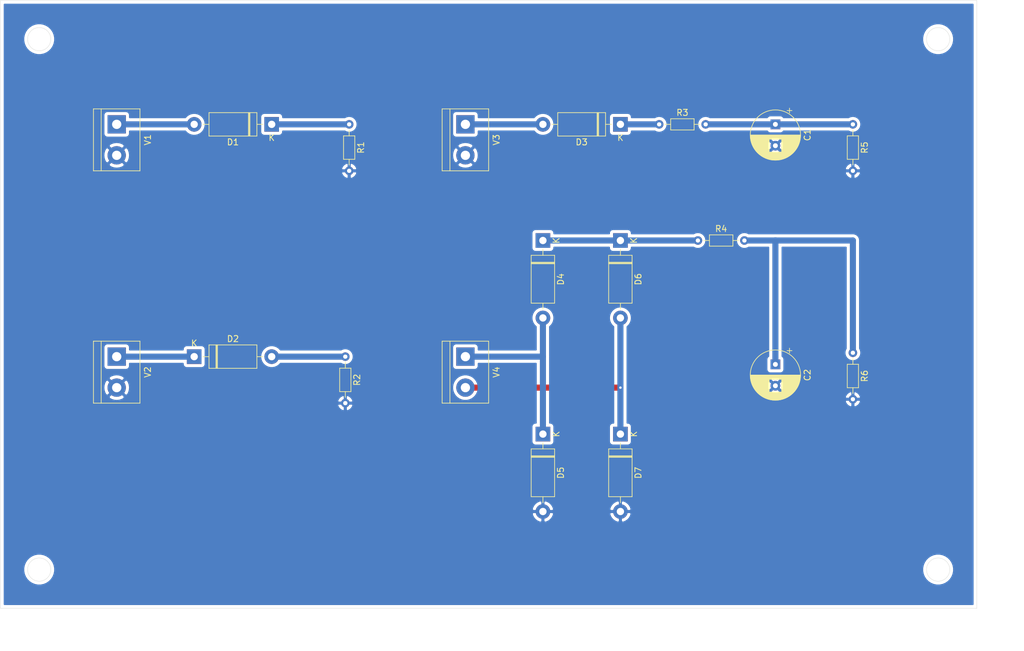
<source format=kicad_pcb>
(kicad_pcb (version 20171130) (host pcbnew "(5.1.10)-1")

  (general
    (thickness 1.6)
    (drawings 18)
    (tracks 19)
    (zones 0)
    (modules 19)
    (nets 13)
  )

  (page A4)
  (title_block
    (title Diodes)
    (date 2021-08-04)
    (rev 1.0)
    (company SISSA)
    (comment 1 "Erik ZORZIN")
  )

  (layers
    (0 F.Cu signal)
    (31 B.Cu signal)
    (32 B.Adhes user)
    (33 F.Adhes user)
    (34 B.Paste user)
    (35 F.Paste user)
    (36 B.SilkS user)
    (37 F.SilkS user)
    (38 B.Mask user)
    (39 F.Mask user)
    (40 Dwgs.User user)
    (41 Cmts.User user)
    (42 Eco1.User user)
    (43 Eco2.User user)
    (44 Edge.Cuts user)
    (45 Margin user)
    (46 B.CrtYd user)
    (47 F.CrtYd user)
    (48 B.Fab user)
    (49 F.Fab user)
  )

  (setup
    (last_trace_width 0.25)
    (user_trace_width 1)
    (trace_clearance 0.2)
    (zone_clearance 0.508)
    (zone_45_only no)
    (trace_min 0.2)
    (via_size 0.8)
    (via_drill 0.4)
    (via_min_size 0.4)
    (via_min_drill 0.3)
    (uvia_size 0.3)
    (uvia_drill 0.1)
    (uvias_allowed no)
    (uvia_min_size 0.2)
    (uvia_min_drill 0.1)
    (edge_width 0.05)
    (segment_width 0.2)
    (pcb_text_width 0.3)
    (pcb_text_size 1.5 1.5)
    (mod_edge_width 0.12)
    (mod_text_size 1 1)
    (mod_text_width 0.15)
    (pad_size 1.524 1.524)
    (pad_drill 0.762)
    (pad_to_mask_clearance 0)
    (aux_axis_origin 0 0)
    (visible_elements FFFFFF7F)
    (pcbplotparams
      (layerselection 0x010fc_ffffffff)
      (usegerberextensions false)
      (usegerberattributes true)
      (usegerberadvancedattributes true)
      (creategerberjobfile true)
      (excludeedgelayer true)
      (linewidth 0.100000)
      (plotframeref false)
      (viasonmask false)
      (mode 1)
      (useauxorigin false)
      (hpglpennumber 1)
      (hpglpenspeed 20)
      (hpglpendiameter 15.000000)
      (psnegative false)
      (psa4output false)
      (plotreference true)
      (plotvalue true)
      (plotinvisibletext false)
      (padsonsilk false)
      (subtractmaskfromsilk false)
      (outputformat 1)
      (mirror false)
      (drillshape 1)
      (scaleselection 1)
      (outputdirectory ""))
  )

  (net 0 "")
  (net 1 GND)
  (net 2 "Net-(C1-Pad1)")
  (net 3 "Net-(C2-Pad1)")
  (net 4 "Net-(D1-Pad2)")
  (net 5 "Net-(D1-Pad1)")
  (net 6 "Net-(D2-Pad1)")
  (net 7 "Net-(D2-Pad2)")
  (net 8 "Net-(D3-Pad1)")
  (net 9 "Net-(D3-Pad2)")
  (net 10 "Net-(D4-Pad2)")
  (net 11 "Net-(D4-Pad1)")
  (net 12 "Net-(D6-Pad2)")

  (net_class Default "This is the default net class."
    (clearance 0.2)
    (trace_width 0.25)
    (via_dia 0.8)
    (via_drill 0.4)
    (uvia_dia 0.3)
    (uvia_drill 0.1)
    (add_net GND)
    (add_net "Net-(C1-Pad1)")
    (add_net "Net-(C2-Pad1)")
    (add_net "Net-(D1-Pad1)")
    (add_net "Net-(D1-Pad2)")
    (add_net "Net-(D2-Pad1)")
    (add_net "Net-(D2-Pad2)")
    (add_net "Net-(D3-Pad1)")
    (add_net "Net-(D3-Pad2)")
    (add_net "Net-(D4-Pad1)")
    (add_net "Net-(D4-Pad2)")
    (add_net "Net-(D6-Pad2)")
  )

  (module Capacitor_THT:CP_Radial_D8.0mm_P3.50mm (layer F.Cu) (tedit 5AE50EF0) (tstamp 610A9411)
    (at 195.58 64.135 270)
    (descr "CP, Radial series, Radial, pin pitch=3.50mm, , diameter=8mm, Electrolytic Capacitor")
    (tags "CP Radial series Radial pin pitch 3.50mm  diameter 8mm Electrolytic Capacitor")
    (path /610AF8E8)
    (fp_text reference C1 (at 1.75 -5.25 90) (layer F.SilkS)
      (effects (font (size 1 1) (thickness 0.15)))
    )
    (fp_text value 100u (at 1.75 5.25 90) (layer F.Fab)
      (effects (font (size 1 1) (thickness 0.15)))
    )
    (fp_text user %R (at 1.75 0 90) (layer F.Fab)
      (effects (font (size 1 1) (thickness 0.15)))
    )
    (fp_circle (center 1.75 0) (end 5.75 0) (layer F.Fab) (width 0.1))
    (fp_circle (center 1.75 0) (end 5.87 0) (layer F.SilkS) (width 0.12))
    (fp_circle (center 1.75 0) (end 6 0) (layer F.CrtYd) (width 0.05))
    (fp_line (start -1.676759 -1.7475) (end -0.876759 -1.7475) (layer F.Fab) (width 0.1))
    (fp_line (start -1.276759 -2.1475) (end -1.276759 -1.3475) (layer F.Fab) (width 0.1))
    (fp_line (start 1.75 -4.08) (end 1.75 4.08) (layer F.SilkS) (width 0.12))
    (fp_line (start 1.79 -4.08) (end 1.79 4.08) (layer F.SilkS) (width 0.12))
    (fp_line (start 1.83 -4.08) (end 1.83 4.08) (layer F.SilkS) (width 0.12))
    (fp_line (start 1.87 -4.079) (end 1.87 4.079) (layer F.SilkS) (width 0.12))
    (fp_line (start 1.91 -4.077) (end 1.91 4.077) (layer F.SilkS) (width 0.12))
    (fp_line (start 1.95 -4.076) (end 1.95 4.076) (layer F.SilkS) (width 0.12))
    (fp_line (start 1.99 -4.074) (end 1.99 4.074) (layer F.SilkS) (width 0.12))
    (fp_line (start 2.03 -4.071) (end 2.03 4.071) (layer F.SilkS) (width 0.12))
    (fp_line (start 2.07 -4.068) (end 2.07 4.068) (layer F.SilkS) (width 0.12))
    (fp_line (start 2.11 -4.065) (end 2.11 4.065) (layer F.SilkS) (width 0.12))
    (fp_line (start 2.15 -4.061) (end 2.15 4.061) (layer F.SilkS) (width 0.12))
    (fp_line (start 2.19 -4.057) (end 2.19 4.057) (layer F.SilkS) (width 0.12))
    (fp_line (start 2.23 -4.052) (end 2.23 4.052) (layer F.SilkS) (width 0.12))
    (fp_line (start 2.27 -4.048) (end 2.27 4.048) (layer F.SilkS) (width 0.12))
    (fp_line (start 2.31 -4.042) (end 2.31 4.042) (layer F.SilkS) (width 0.12))
    (fp_line (start 2.35 -4.037) (end 2.35 4.037) (layer F.SilkS) (width 0.12))
    (fp_line (start 2.39 -4.03) (end 2.39 4.03) (layer F.SilkS) (width 0.12))
    (fp_line (start 2.43 -4.024) (end 2.43 4.024) (layer F.SilkS) (width 0.12))
    (fp_line (start 2.471 -4.017) (end 2.471 -1.04) (layer F.SilkS) (width 0.12))
    (fp_line (start 2.471 1.04) (end 2.471 4.017) (layer F.SilkS) (width 0.12))
    (fp_line (start 2.511 -4.01) (end 2.511 -1.04) (layer F.SilkS) (width 0.12))
    (fp_line (start 2.511 1.04) (end 2.511 4.01) (layer F.SilkS) (width 0.12))
    (fp_line (start 2.551 -4.002) (end 2.551 -1.04) (layer F.SilkS) (width 0.12))
    (fp_line (start 2.551 1.04) (end 2.551 4.002) (layer F.SilkS) (width 0.12))
    (fp_line (start 2.591 -3.994) (end 2.591 -1.04) (layer F.SilkS) (width 0.12))
    (fp_line (start 2.591 1.04) (end 2.591 3.994) (layer F.SilkS) (width 0.12))
    (fp_line (start 2.631 -3.985) (end 2.631 -1.04) (layer F.SilkS) (width 0.12))
    (fp_line (start 2.631 1.04) (end 2.631 3.985) (layer F.SilkS) (width 0.12))
    (fp_line (start 2.671 -3.976) (end 2.671 -1.04) (layer F.SilkS) (width 0.12))
    (fp_line (start 2.671 1.04) (end 2.671 3.976) (layer F.SilkS) (width 0.12))
    (fp_line (start 2.711 -3.967) (end 2.711 -1.04) (layer F.SilkS) (width 0.12))
    (fp_line (start 2.711 1.04) (end 2.711 3.967) (layer F.SilkS) (width 0.12))
    (fp_line (start 2.751 -3.957) (end 2.751 -1.04) (layer F.SilkS) (width 0.12))
    (fp_line (start 2.751 1.04) (end 2.751 3.957) (layer F.SilkS) (width 0.12))
    (fp_line (start 2.791 -3.947) (end 2.791 -1.04) (layer F.SilkS) (width 0.12))
    (fp_line (start 2.791 1.04) (end 2.791 3.947) (layer F.SilkS) (width 0.12))
    (fp_line (start 2.831 -3.936) (end 2.831 -1.04) (layer F.SilkS) (width 0.12))
    (fp_line (start 2.831 1.04) (end 2.831 3.936) (layer F.SilkS) (width 0.12))
    (fp_line (start 2.871 -3.925) (end 2.871 -1.04) (layer F.SilkS) (width 0.12))
    (fp_line (start 2.871 1.04) (end 2.871 3.925) (layer F.SilkS) (width 0.12))
    (fp_line (start 2.911 -3.914) (end 2.911 -1.04) (layer F.SilkS) (width 0.12))
    (fp_line (start 2.911 1.04) (end 2.911 3.914) (layer F.SilkS) (width 0.12))
    (fp_line (start 2.951 -3.902) (end 2.951 -1.04) (layer F.SilkS) (width 0.12))
    (fp_line (start 2.951 1.04) (end 2.951 3.902) (layer F.SilkS) (width 0.12))
    (fp_line (start 2.991 -3.889) (end 2.991 -1.04) (layer F.SilkS) (width 0.12))
    (fp_line (start 2.991 1.04) (end 2.991 3.889) (layer F.SilkS) (width 0.12))
    (fp_line (start 3.031 -3.877) (end 3.031 -1.04) (layer F.SilkS) (width 0.12))
    (fp_line (start 3.031 1.04) (end 3.031 3.877) (layer F.SilkS) (width 0.12))
    (fp_line (start 3.071 -3.863) (end 3.071 -1.04) (layer F.SilkS) (width 0.12))
    (fp_line (start 3.071 1.04) (end 3.071 3.863) (layer F.SilkS) (width 0.12))
    (fp_line (start 3.111 -3.85) (end 3.111 -1.04) (layer F.SilkS) (width 0.12))
    (fp_line (start 3.111 1.04) (end 3.111 3.85) (layer F.SilkS) (width 0.12))
    (fp_line (start 3.151 -3.835) (end 3.151 -1.04) (layer F.SilkS) (width 0.12))
    (fp_line (start 3.151 1.04) (end 3.151 3.835) (layer F.SilkS) (width 0.12))
    (fp_line (start 3.191 -3.821) (end 3.191 -1.04) (layer F.SilkS) (width 0.12))
    (fp_line (start 3.191 1.04) (end 3.191 3.821) (layer F.SilkS) (width 0.12))
    (fp_line (start 3.231 -3.805) (end 3.231 -1.04) (layer F.SilkS) (width 0.12))
    (fp_line (start 3.231 1.04) (end 3.231 3.805) (layer F.SilkS) (width 0.12))
    (fp_line (start 3.271 -3.79) (end 3.271 -1.04) (layer F.SilkS) (width 0.12))
    (fp_line (start 3.271 1.04) (end 3.271 3.79) (layer F.SilkS) (width 0.12))
    (fp_line (start 3.311 -3.774) (end 3.311 -1.04) (layer F.SilkS) (width 0.12))
    (fp_line (start 3.311 1.04) (end 3.311 3.774) (layer F.SilkS) (width 0.12))
    (fp_line (start 3.351 -3.757) (end 3.351 -1.04) (layer F.SilkS) (width 0.12))
    (fp_line (start 3.351 1.04) (end 3.351 3.757) (layer F.SilkS) (width 0.12))
    (fp_line (start 3.391 -3.74) (end 3.391 -1.04) (layer F.SilkS) (width 0.12))
    (fp_line (start 3.391 1.04) (end 3.391 3.74) (layer F.SilkS) (width 0.12))
    (fp_line (start 3.431 -3.722) (end 3.431 -1.04) (layer F.SilkS) (width 0.12))
    (fp_line (start 3.431 1.04) (end 3.431 3.722) (layer F.SilkS) (width 0.12))
    (fp_line (start 3.471 -3.704) (end 3.471 -1.04) (layer F.SilkS) (width 0.12))
    (fp_line (start 3.471 1.04) (end 3.471 3.704) (layer F.SilkS) (width 0.12))
    (fp_line (start 3.511 -3.686) (end 3.511 -1.04) (layer F.SilkS) (width 0.12))
    (fp_line (start 3.511 1.04) (end 3.511 3.686) (layer F.SilkS) (width 0.12))
    (fp_line (start 3.551 -3.666) (end 3.551 -1.04) (layer F.SilkS) (width 0.12))
    (fp_line (start 3.551 1.04) (end 3.551 3.666) (layer F.SilkS) (width 0.12))
    (fp_line (start 3.591 -3.647) (end 3.591 -1.04) (layer F.SilkS) (width 0.12))
    (fp_line (start 3.591 1.04) (end 3.591 3.647) (layer F.SilkS) (width 0.12))
    (fp_line (start 3.631 -3.627) (end 3.631 -1.04) (layer F.SilkS) (width 0.12))
    (fp_line (start 3.631 1.04) (end 3.631 3.627) (layer F.SilkS) (width 0.12))
    (fp_line (start 3.671 -3.606) (end 3.671 -1.04) (layer F.SilkS) (width 0.12))
    (fp_line (start 3.671 1.04) (end 3.671 3.606) (layer F.SilkS) (width 0.12))
    (fp_line (start 3.711 -3.584) (end 3.711 -1.04) (layer F.SilkS) (width 0.12))
    (fp_line (start 3.711 1.04) (end 3.711 3.584) (layer F.SilkS) (width 0.12))
    (fp_line (start 3.751 -3.562) (end 3.751 -1.04) (layer F.SilkS) (width 0.12))
    (fp_line (start 3.751 1.04) (end 3.751 3.562) (layer F.SilkS) (width 0.12))
    (fp_line (start 3.791 -3.54) (end 3.791 -1.04) (layer F.SilkS) (width 0.12))
    (fp_line (start 3.791 1.04) (end 3.791 3.54) (layer F.SilkS) (width 0.12))
    (fp_line (start 3.831 -3.517) (end 3.831 -1.04) (layer F.SilkS) (width 0.12))
    (fp_line (start 3.831 1.04) (end 3.831 3.517) (layer F.SilkS) (width 0.12))
    (fp_line (start 3.871 -3.493) (end 3.871 -1.04) (layer F.SilkS) (width 0.12))
    (fp_line (start 3.871 1.04) (end 3.871 3.493) (layer F.SilkS) (width 0.12))
    (fp_line (start 3.911 -3.469) (end 3.911 -1.04) (layer F.SilkS) (width 0.12))
    (fp_line (start 3.911 1.04) (end 3.911 3.469) (layer F.SilkS) (width 0.12))
    (fp_line (start 3.951 -3.444) (end 3.951 -1.04) (layer F.SilkS) (width 0.12))
    (fp_line (start 3.951 1.04) (end 3.951 3.444) (layer F.SilkS) (width 0.12))
    (fp_line (start 3.991 -3.418) (end 3.991 -1.04) (layer F.SilkS) (width 0.12))
    (fp_line (start 3.991 1.04) (end 3.991 3.418) (layer F.SilkS) (width 0.12))
    (fp_line (start 4.031 -3.392) (end 4.031 -1.04) (layer F.SilkS) (width 0.12))
    (fp_line (start 4.031 1.04) (end 4.031 3.392) (layer F.SilkS) (width 0.12))
    (fp_line (start 4.071 -3.365) (end 4.071 -1.04) (layer F.SilkS) (width 0.12))
    (fp_line (start 4.071 1.04) (end 4.071 3.365) (layer F.SilkS) (width 0.12))
    (fp_line (start 4.111 -3.338) (end 4.111 -1.04) (layer F.SilkS) (width 0.12))
    (fp_line (start 4.111 1.04) (end 4.111 3.338) (layer F.SilkS) (width 0.12))
    (fp_line (start 4.151 -3.309) (end 4.151 -1.04) (layer F.SilkS) (width 0.12))
    (fp_line (start 4.151 1.04) (end 4.151 3.309) (layer F.SilkS) (width 0.12))
    (fp_line (start 4.191 -3.28) (end 4.191 -1.04) (layer F.SilkS) (width 0.12))
    (fp_line (start 4.191 1.04) (end 4.191 3.28) (layer F.SilkS) (width 0.12))
    (fp_line (start 4.231 -3.25) (end 4.231 -1.04) (layer F.SilkS) (width 0.12))
    (fp_line (start 4.231 1.04) (end 4.231 3.25) (layer F.SilkS) (width 0.12))
    (fp_line (start 4.271 -3.22) (end 4.271 -1.04) (layer F.SilkS) (width 0.12))
    (fp_line (start 4.271 1.04) (end 4.271 3.22) (layer F.SilkS) (width 0.12))
    (fp_line (start 4.311 -3.189) (end 4.311 -1.04) (layer F.SilkS) (width 0.12))
    (fp_line (start 4.311 1.04) (end 4.311 3.189) (layer F.SilkS) (width 0.12))
    (fp_line (start 4.351 -3.156) (end 4.351 -1.04) (layer F.SilkS) (width 0.12))
    (fp_line (start 4.351 1.04) (end 4.351 3.156) (layer F.SilkS) (width 0.12))
    (fp_line (start 4.391 -3.124) (end 4.391 -1.04) (layer F.SilkS) (width 0.12))
    (fp_line (start 4.391 1.04) (end 4.391 3.124) (layer F.SilkS) (width 0.12))
    (fp_line (start 4.431 -3.09) (end 4.431 -1.04) (layer F.SilkS) (width 0.12))
    (fp_line (start 4.431 1.04) (end 4.431 3.09) (layer F.SilkS) (width 0.12))
    (fp_line (start 4.471 -3.055) (end 4.471 -1.04) (layer F.SilkS) (width 0.12))
    (fp_line (start 4.471 1.04) (end 4.471 3.055) (layer F.SilkS) (width 0.12))
    (fp_line (start 4.511 -3.019) (end 4.511 -1.04) (layer F.SilkS) (width 0.12))
    (fp_line (start 4.511 1.04) (end 4.511 3.019) (layer F.SilkS) (width 0.12))
    (fp_line (start 4.551 -2.983) (end 4.551 2.983) (layer F.SilkS) (width 0.12))
    (fp_line (start 4.591 -2.945) (end 4.591 2.945) (layer F.SilkS) (width 0.12))
    (fp_line (start 4.631 -2.907) (end 4.631 2.907) (layer F.SilkS) (width 0.12))
    (fp_line (start 4.671 -2.867) (end 4.671 2.867) (layer F.SilkS) (width 0.12))
    (fp_line (start 4.711 -2.826) (end 4.711 2.826) (layer F.SilkS) (width 0.12))
    (fp_line (start 4.751 -2.784) (end 4.751 2.784) (layer F.SilkS) (width 0.12))
    (fp_line (start 4.791 -2.741) (end 4.791 2.741) (layer F.SilkS) (width 0.12))
    (fp_line (start 4.831 -2.697) (end 4.831 2.697) (layer F.SilkS) (width 0.12))
    (fp_line (start 4.871 -2.651) (end 4.871 2.651) (layer F.SilkS) (width 0.12))
    (fp_line (start 4.911 -2.604) (end 4.911 2.604) (layer F.SilkS) (width 0.12))
    (fp_line (start 4.951 -2.556) (end 4.951 2.556) (layer F.SilkS) (width 0.12))
    (fp_line (start 4.991 -2.505) (end 4.991 2.505) (layer F.SilkS) (width 0.12))
    (fp_line (start 5.031 -2.454) (end 5.031 2.454) (layer F.SilkS) (width 0.12))
    (fp_line (start 5.071 -2.4) (end 5.071 2.4) (layer F.SilkS) (width 0.12))
    (fp_line (start 5.111 -2.345) (end 5.111 2.345) (layer F.SilkS) (width 0.12))
    (fp_line (start 5.151 -2.287) (end 5.151 2.287) (layer F.SilkS) (width 0.12))
    (fp_line (start 5.191 -2.228) (end 5.191 2.228) (layer F.SilkS) (width 0.12))
    (fp_line (start 5.231 -2.166) (end 5.231 2.166) (layer F.SilkS) (width 0.12))
    (fp_line (start 5.271 -2.102) (end 5.271 2.102) (layer F.SilkS) (width 0.12))
    (fp_line (start 5.311 -2.034) (end 5.311 2.034) (layer F.SilkS) (width 0.12))
    (fp_line (start 5.351 -1.964) (end 5.351 1.964) (layer F.SilkS) (width 0.12))
    (fp_line (start 5.391 -1.89) (end 5.391 1.89) (layer F.SilkS) (width 0.12))
    (fp_line (start 5.431 -1.813) (end 5.431 1.813) (layer F.SilkS) (width 0.12))
    (fp_line (start 5.471 -1.731) (end 5.471 1.731) (layer F.SilkS) (width 0.12))
    (fp_line (start 5.511 -1.645) (end 5.511 1.645) (layer F.SilkS) (width 0.12))
    (fp_line (start 5.551 -1.552) (end 5.551 1.552) (layer F.SilkS) (width 0.12))
    (fp_line (start 5.591 -1.453) (end 5.591 1.453) (layer F.SilkS) (width 0.12))
    (fp_line (start 5.631 -1.346) (end 5.631 1.346) (layer F.SilkS) (width 0.12))
    (fp_line (start 5.671 -1.229) (end 5.671 1.229) (layer F.SilkS) (width 0.12))
    (fp_line (start 5.711 -1.098) (end 5.711 1.098) (layer F.SilkS) (width 0.12))
    (fp_line (start 5.751 -0.948) (end 5.751 0.948) (layer F.SilkS) (width 0.12))
    (fp_line (start 5.791 -0.768) (end 5.791 0.768) (layer F.SilkS) (width 0.12))
    (fp_line (start 5.831 -0.533) (end 5.831 0.533) (layer F.SilkS) (width 0.12))
    (fp_line (start -2.659698 -2.315) (end -1.859698 -2.315) (layer F.SilkS) (width 0.12))
    (fp_line (start -2.259698 -2.715) (end -2.259698 -1.915) (layer F.SilkS) (width 0.12))
    (pad 2 thru_hole circle (at 3.5 0 270) (size 1.6 1.6) (drill 0.8) (layers *.Cu *.Mask)
      (net 1 GND))
    (pad 1 thru_hole rect (at 0 0 270) (size 1.6 1.6) (drill 0.8) (layers *.Cu *.Mask)
      (net 2 "Net-(C1-Pad1)"))
    (model ${KISYS3DMOD}/Capacitor_THT.3dshapes/CP_Radial_D8.0mm_P3.50mm.wrl
      (at (xyz 0 0 0))
      (scale (xyz 1 1 1))
      (rotate (xyz 0 0 0))
    )
  )

  (module Capacitor_THT:CP_Radial_D8.0mm_P3.50mm (layer F.Cu) (tedit 5AE50EF0) (tstamp 610AAE69)
    (at 195.58 103.505 270)
    (descr "CP, Radial series, Radial, pin pitch=3.50mm, , diameter=8mm, Electrolytic Capacitor")
    (tags "CP Radial series Radial pin pitch 3.50mm  diameter 8mm Electrolytic Capacitor")
    (path /610C1B82)
    (fp_text reference C2 (at 1.75 -5.25 90) (layer F.SilkS)
      (effects (font (size 1 1) (thickness 0.15)))
    )
    (fp_text value 100u (at 1.75 5.25 90) (layer F.Fab)
      (effects (font (size 1 1) (thickness 0.15)))
    )
    (fp_line (start -2.259698 -2.715) (end -2.259698 -1.915) (layer F.SilkS) (width 0.12))
    (fp_line (start -2.659698 -2.315) (end -1.859698 -2.315) (layer F.SilkS) (width 0.12))
    (fp_line (start 5.831 -0.533) (end 5.831 0.533) (layer F.SilkS) (width 0.12))
    (fp_line (start 5.791 -0.768) (end 5.791 0.768) (layer F.SilkS) (width 0.12))
    (fp_line (start 5.751 -0.948) (end 5.751 0.948) (layer F.SilkS) (width 0.12))
    (fp_line (start 5.711 -1.098) (end 5.711 1.098) (layer F.SilkS) (width 0.12))
    (fp_line (start 5.671 -1.229) (end 5.671 1.229) (layer F.SilkS) (width 0.12))
    (fp_line (start 5.631 -1.346) (end 5.631 1.346) (layer F.SilkS) (width 0.12))
    (fp_line (start 5.591 -1.453) (end 5.591 1.453) (layer F.SilkS) (width 0.12))
    (fp_line (start 5.551 -1.552) (end 5.551 1.552) (layer F.SilkS) (width 0.12))
    (fp_line (start 5.511 -1.645) (end 5.511 1.645) (layer F.SilkS) (width 0.12))
    (fp_line (start 5.471 -1.731) (end 5.471 1.731) (layer F.SilkS) (width 0.12))
    (fp_line (start 5.431 -1.813) (end 5.431 1.813) (layer F.SilkS) (width 0.12))
    (fp_line (start 5.391 -1.89) (end 5.391 1.89) (layer F.SilkS) (width 0.12))
    (fp_line (start 5.351 -1.964) (end 5.351 1.964) (layer F.SilkS) (width 0.12))
    (fp_line (start 5.311 -2.034) (end 5.311 2.034) (layer F.SilkS) (width 0.12))
    (fp_line (start 5.271 -2.102) (end 5.271 2.102) (layer F.SilkS) (width 0.12))
    (fp_line (start 5.231 -2.166) (end 5.231 2.166) (layer F.SilkS) (width 0.12))
    (fp_line (start 5.191 -2.228) (end 5.191 2.228) (layer F.SilkS) (width 0.12))
    (fp_line (start 5.151 -2.287) (end 5.151 2.287) (layer F.SilkS) (width 0.12))
    (fp_line (start 5.111 -2.345) (end 5.111 2.345) (layer F.SilkS) (width 0.12))
    (fp_line (start 5.071 -2.4) (end 5.071 2.4) (layer F.SilkS) (width 0.12))
    (fp_line (start 5.031 -2.454) (end 5.031 2.454) (layer F.SilkS) (width 0.12))
    (fp_line (start 4.991 -2.505) (end 4.991 2.505) (layer F.SilkS) (width 0.12))
    (fp_line (start 4.951 -2.556) (end 4.951 2.556) (layer F.SilkS) (width 0.12))
    (fp_line (start 4.911 -2.604) (end 4.911 2.604) (layer F.SilkS) (width 0.12))
    (fp_line (start 4.871 -2.651) (end 4.871 2.651) (layer F.SilkS) (width 0.12))
    (fp_line (start 4.831 -2.697) (end 4.831 2.697) (layer F.SilkS) (width 0.12))
    (fp_line (start 4.791 -2.741) (end 4.791 2.741) (layer F.SilkS) (width 0.12))
    (fp_line (start 4.751 -2.784) (end 4.751 2.784) (layer F.SilkS) (width 0.12))
    (fp_line (start 4.711 -2.826) (end 4.711 2.826) (layer F.SilkS) (width 0.12))
    (fp_line (start 4.671 -2.867) (end 4.671 2.867) (layer F.SilkS) (width 0.12))
    (fp_line (start 4.631 -2.907) (end 4.631 2.907) (layer F.SilkS) (width 0.12))
    (fp_line (start 4.591 -2.945) (end 4.591 2.945) (layer F.SilkS) (width 0.12))
    (fp_line (start 4.551 -2.983) (end 4.551 2.983) (layer F.SilkS) (width 0.12))
    (fp_line (start 4.511 1.04) (end 4.511 3.019) (layer F.SilkS) (width 0.12))
    (fp_line (start 4.511 -3.019) (end 4.511 -1.04) (layer F.SilkS) (width 0.12))
    (fp_line (start 4.471 1.04) (end 4.471 3.055) (layer F.SilkS) (width 0.12))
    (fp_line (start 4.471 -3.055) (end 4.471 -1.04) (layer F.SilkS) (width 0.12))
    (fp_line (start 4.431 1.04) (end 4.431 3.09) (layer F.SilkS) (width 0.12))
    (fp_line (start 4.431 -3.09) (end 4.431 -1.04) (layer F.SilkS) (width 0.12))
    (fp_line (start 4.391 1.04) (end 4.391 3.124) (layer F.SilkS) (width 0.12))
    (fp_line (start 4.391 -3.124) (end 4.391 -1.04) (layer F.SilkS) (width 0.12))
    (fp_line (start 4.351 1.04) (end 4.351 3.156) (layer F.SilkS) (width 0.12))
    (fp_line (start 4.351 -3.156) (end 4.351 -1.04) (layer F.SilkS) (width 0.12))
    (fp_line (start 4.311 1.04) (end 4.311 3.189) (layer F.SilkS) (width 0.12))
    (fp_line (start 4.311 -3.189) (end 4.311 -1.04) (layer F.SilkS) (width 0.12))
    (fp_line (start 4.271 1.04) (end 4.271 3.22) (layer F.SilkS) (width 0.12))
    (fp_line (start 4.271 -3.22) (end 4.271 -1.04) (layer F.SilkS) (width 0.12))
    (fp_line (start 4.231 1.04) (end 4.231 3.25) (layer F.SilkS) (width 0.12))
    (fp_line (start 4.231 -3.25) (end 4.231 -1.04) (layer F.SilkS) (width 0.12))
    (fp_line (start 4.191 1.04) (end 4.191 3.28) (layer F.SilkS) (width 0.12))
    (fp_line (start 4.191 -3.28) (end 4.191 -1.04) (layer F.SilkS) (width 0.12))
    (fp_line (start 4.151 1.04) (end 4.151 3.309) (layer F.SilkS) (width 0.12))
    (fp_line (start 4.151 -3.309) (end 4.151 -1.04) (layer F.SilkS) (width 0.12))
    (fp_line (start 4.111 1.04) (end 4.111 3.338) (layer F.SilkS) (width 0.12))
    (fp_line (start 4.111 -3.338) (end 4.111 -1.04) (layer F.SilkS) (width 0.12))
    (fp_line (start 4.071 1.04) (end 4.071 3.365) (layer F.SilkS) (width 0.12))
    (fp_line (start 4.071 -3.365) (end 4.071 -1.04) (layer F.SilkS) (width 0.12))
    (fp_line (start 4.031 1.04) (end 4.031 3.392) (layer F.SilkS) (width 0.12))
    (fp_line (start 4.031 -3.392) (end 4.031 -1.04) (layer F.SilkS) (width 0.12))
    (fp_line (start 3.991 1.04) (end 3.991 3.418) (layer F.SilkS) (width 0.12))
    (fp_line (start 3.991 -3.418) (end 3.991 -1.04) (layer F.SilkS) (width 0.12))
    (fp_line (start 3.951 1.04) (end 3.951 3.444) (layer F.SilkS) (width 0.12))
    (fp_line (start 3.951 -3.444) (end 3.951 -1.04) (layer F.SilkS) (width 0.12))
    (fp_line (start 3.911 1.04) (end 3.911 3.469) (layer F.SilkS) (width 0.12))
    (fp_line (start 3.911 -3.469) (end 3.911 -1.04) (layer F.SilkS) (width 0.12))
    (fp_line (start 3.871 1.04) (end 3.871 3.493) (layer F.SilkS) (width 0.12))
    (fp_line (start 3.871 -3.493) (end 3.871 -1.04) (layer F.SilkS) (width 0.12))
    (fp_line (start 3.831 1.04) (end 3.831 3.517) (layer F.SilkS) (width 0.12))
    (fp_line (start 3.831 -3.517) (end 3.831 -1.04) (layer F.SilkS) (width 0.12))
    (fp_line (start 3.791 1.04) (end 3.791 3.54) (layer F.SilkS) (width 0.12))
    (fp_line (start 3.791 -3.54) (end 3.791 -1.04) (layer F.SilkS) (width 0.12))
    (fp_line (start 3.751 1.04) (end 3.751 3.562) (layer F.SilkS) (width 0.12))
    (fp_line (start 3.751 -3.562) (end 3.751 -1.04) (layer F.SilkS) (width 0.12))
    (fp_line (start 3.711 1.04) (end 3.711 3.584) (layer F.SilkS) (width 0.12))
    (fp_line (start 3.711 -3.584) (end 3.711 -1.04) (layer F.SilkS) (width 0.12))
    (fp_line (start 3.671 1.04) (end 3.671 3.606) (layer F.SilkS) (width 0.12))
    (fp_line (start 3.671 -3.606) (end 3.671 -1.04) (layer F.SilkS) (width 0.12))
    (fp_line (start 3.631 1.04) (end 3.631 3.627) (layer F.SilkS) (width 0.12))
    (fp_line (start 3.631 -3.627) (end 3.631 -1.04) (layer F.SilkS) (width 0.12))
    (fp_line (start 3.591 1.04) (end 3.591 3.647) (layer F.SilkS) (width 0.12))
    (fp_line (start 3.591 -3.647) (end 3.591 -1.04) (layer F.SilkS) (width 0.12))
    (fp_line (start 3.551 1.04) (end 3.551 3.666) (layer F.SilkS) (width 0.12))
    (fp_line (start 3.551 -3.666) (end 3.551 -1.04) (layer F.SilkS) (width 0.12))
    (fp_line (start 3.511 1.04) (end 3.511 3.686) (layer F.SilkS) (width 0.12))
    (fp_line (start 3.511 -3.686) (end 3.511 -1.04) (layer F.SilkS) (width 0.12))
    (fp_line (start 3.471 1.04) (end 3.471 3.704) (layer F.SilkS) (width 0.12))
    (fp_line (start 3.471 -3.704) (end 3.471 -1.04) (layer F.SilkS) (width 0.12))
    (fp_line (start 3.431 1.04) (end 3.431 3.722) (layer F.SilkS) (width 0.12))
    (fp_line (start 3.431 -3.722) (end 3.431 -1.04) (layer F.SilkS) (width 0.12))
    (fp_line (start 3.391 1.04) (end 3.391 3.74) (layer F.SilkS) (width 0.12))
    (fp_line (start 3.391 -3.74) (end 3.391 -1.04) (layer F.SilkS) (width 0.12))
    (fp_line (start 3.351 1.04) (end 3.351 3.757) (layer F.SilkS) (width 0.12))
    (fp_line (start 3.351 -3.757) (end 3.351 -1.04) (layer F.SilkS) (width 0.12))
    (fp_line (start 3.311 1.04) (end 3.311 3.774) (layer F.SilkS) (width 0.12))
    (fp_line (start 3.311 -3.774) (end 3.311 -1.04) (layer F.SilkS) (width 0.12))
    (fp_line (start 3.271 1.04) (end 3.271 3.79) (layer F.SilkS) (width 0.12))
    (fp_line (start 3.271 -3.79) (end 3.271 -1.04) (layer F.SilkS) (width 0.12))
    (fp_line (start 3.231 1.04) (end 3.231 3.805) (layer F.SilkS) (width 0.12))
    (fp_line (start 3.231 -3.805) (end 3.231 -1.04) (layer F.SilkS) (width 0.12))
    (fp_line (start 3.191 1.04) (end 3.191 3.821) (layer F.SilkS) (width 0.12))
    (fp_line (start 3.191 -3.821) (end 3.191 -1.04) (layer F.SilkS) (width 0.12))
    (fp_line (start 3.151 1.04) (end 3.151 3.835) (layer F.SilkS) (width 0.12))
    (fp_line (start 3.151 -3.835) (end 3.151 -1.04) (layer F.SilkS) (width 0.12))
    (fp_line (start 3.111 1.04) (end 3.111 3.85) (layer F.SilkS) (width 0.12))
    (fp_line (start 3.111 -3.85) (end 3.111 -1.04) (layer F.SilkS) (width 0.12))
    (fp_line (start 3.071 1.04) (end 3.071 3.863) (layer F.SilkS) (width 0.12))
    (fp_line (start 3.071 -3.863) (end 3.071 -1.04) (layer F.SilkS) (width 0.12))
    (fp_line (start 3.031 1.04) (end 3.031 3.877) (layer F.SilkS) (width 0.12))
    (fp_line (start 3.031 -3.877) (end 3.031 -1.04) (layer F.SilkS) (width 0.12))
    (fp_line (start 2.991 1.04) (end 2.991 3.889) (layer F.SilkS) (width 0.12))
    (fp_line (start 2.991 -3.889) (end 2.991 -1.04) (layer F.SilkS) (width 0.12))
    (fp_line (start 2.951 1.04) (end 2.951 3.902) (layer F.SilkS) (width 0.12))
    (fp_line (start 2.951 -3.902) (end 2.951 -1.04) (layer F.SilkS) (width 0.12))
    (fp_line (start 2.911 1.04) (end 2.911 3.914) (layer F.SilkS) (width 0.12))
    (fp_line (start 2.911 -3.914) (end 2.911 -1.04) (layer F.SilkS) (width 0.12))
    (fp_line (start 2.871 1.04) (end 2.871 3.925) (layer F.SilkS) (width 0.12))
    (fp_line (start 2.871 -3.925) (end 2.871 -1.04) (layer F.SilkS) (width 0.12))
    (fp_line (start 2.831 1.04) (end 2.831 3.936) (layer F.SilkS) (width 0.12))
    (fp_line (start 2.831 -3.936) (end 2.831 -1.04) (layer F.SilkS) (width 0.12))
    (fp_line (start 2.791 1.04) (end 2.791 3.947) (layer F.SilkS) (width 0.12))
    (fp_line (start 2.791 -3.947) (end 2.791 -1.04) (layer F.SilkS) (width 0.12))
    (fp_line (start 2.751 1.04) (end 2.751 3.957) (layer F.SilkS) (width 0.12))
    (fp_line (start 2.751 -3.957) (end 2.751 -1.04) (layer F.SilkS) (width 0.12))
    (fp_line (start 2.711 1.04) (end 2.711 3.967) (layer F.SilkS) (width 0.12))
    (fp_line (start 2.711 -3.967) (end 2.711 -1.04) (layer F.SilkS) (width 0.12))
    (fp_line (start 2.671 1.04) (end 2.671 3.976) (layer F.SilkS) (width 0.12))
    (fp_line (start 2.671 -3.976) (end 2.671 -1.04) (layer F.SilkS) (width 0.12))
    (fp_line (start 2.631 1.04) (end 2.631 3.985) (layer F.SilkS) (width 0.12))
    (fp_line (start 2.631 -3.985) (end 2.631 -1.04) (layer F.SilkS) (width 0.12))
    (fp_line (start 2.591 1.04) (end 2.591 3.994) (layer F.SilkS) (width 0.12))
    (fp_line (start 2.591 -3.994) (end 2.591 -1.04) (layer F.SilkS) (width 0.12))
    (fp_line (start 2.551 1.04) (end 2.551 4.002) (layer F.SilkS) (width 0.12))
    (fp_line (start 2.551 -4.002) (end 2.551 -1.04) (layer F.SilkS) (width 0.12))
    (fp_line (start 2.511 1.04) (end 2.511 4.01) (layer F.SilkS) (width 0.12))
    (fp_line (start 2.511 -4.01) (end 2.511 -1.04) (layer F.SilkS) (width 0.12))
    (fp_line (start 2.471 1.04) (end 2.471 4.017) (layer F.SilkS) (width 0.12))
    (fp_line (start 2.471 -4.017) (end 2.471 -1.04) (layer F.SilkS) (width 0.12))
    (fp_line (start 2.43 -4.024) (end 2.43 4.024) (layer F.SilkS) (width 0.12))
    (fp_line (start 2.39 -4.03) (end 2.39 4.03) (layer F.SilkS) (width 0.12))
    (fp_line (start 2.35 -4.037) (end 2.35 4.037) (layer F.SilkS) (width 0.12))
    (fp_line (start 2.31 -4.042) (end 2.31 4.042) (layer F.SilkS) (width 0.12))
    (fp_line (start 2.27 -4.048) (end 2.27 4.048) (layer F.SilkS) (width 0.12))
    (fp_line (start 2.23 -4.052) (end 2.23 4.052) (layer F.SilkS) (width 0.12))
    (fp_line (start 2.19 -4.057) (end 2.19 4.057) (layer F.SilkS) (width 0.12))
    (fp_line (start 2.15 -4.061) (end 2.15 4.061) (layer F.SilkS) (width 0.12))
    (fp_line (start 2.11 -4.065) (end 2.11 4.065) (layer F.SilkS) (width 0.12))
    (fp_line (start 2.07 -4.068) (end 2.07 4.068) (layer F.SilkS) (width 0.12))
    (fp_line (start 2.03 -4.071) (end 2.03 4.071) (layer F.SilkS) (width 0.12))
    (fp_line (start 1.99 -4.074) (end 1.99 4.074) (layer F.SilkS) (width 0.12))
    (fp_line (start 1.95 -4.076) (end 1.95 4.076) (layer F.SilkS) (width 0.12))
    (fp_line (start 1.91 -4.077) (end 1.91 4.077) (layer F.SilkS) (width 0.12))
    (fp_line (start 1.87 -4.079) (end 1.87 4.079) (layer F.SilkS) (width 0.12))
    (fp_line (start 1.83 -4.08) (end 1.83 4.08) (layer F.SilkS) (width 0.12))
    (fp_line (start 1.79 -4.08) (end 1.79 4.08) (layer F.SilkS) (width 0.12))
    (fp_line (start 1.75 -4.08) (end 1.75 4.08) (layer F.SilkS) (width 0.12))
    (fp_line (start -1.276759 -2.1475) (end -1.276759 -1.3475) (layer F.Fab) (width 0.1))
    (fp_line (start -1.676759 -1.7475) (end -0.876759 -1.7475) (layer F.Fab) (width 0.1))
    (fp_circle (center 1.75 0) (end 6 0) (layer F.CrtYd) (width 0.05))
    (fp_circle (center 1.75 0) (end 5.87 0) (layer F.SilkS) (width 0.12))
    (fp_circle (center 1.75 0) (end 5.75 0) (layer F.Fab) (width 0.1))
    (fp_text user %R (at 1.75 0 90) (layer F.Fab)
      (effects (font (size 1 1) (thickness 0.15)))
    )
    (pad 1 thru_hole rect (at 0 0 270) (size 1.6 1.6) (drill 0.8) (layers *.Cu *.Mask)
      (net 3 "Net-(C2-Pad1)"))
    (pad 2 thru_hole circle (at 3.5 0 270) (size 1.6 1.6) (drill 0.8) (layers *.Cu *.Mask)
      (net 1 GND))
    (model ${KISYS3DMOD}/Capacitor_THT.3dshapes/CP_Radial_D8.0mm_P3.50mm.wrl
      (at (xyz 0 0 0))
      (scale (xyz 1 1 1))
      (rotate (xyz 0 0 0))
    )
  )

  (module Diode_THT:D_DO-15_P12.70mm_Horizontal (layer F.Cu) (tedit 5AE50CD5) (tstamp 610A71BC)
    (at 113.03 64.135 180)
    (descr "Diode, DO-15 series, Axial, Horizontal, pin pitch=12.7mm, , length*diameter=7.6*3.6mm^2, , http://www.diodes.com/_files/packages/DO-15.pdf")
    (tags "Diode DO-15 series Axial Horizontal pin pitch 12.7mm  length 7.6mm diameter 3.6mm")
    (path /610A513E)
    (fp_text reference D1 (at 6.35 -2.92) (layer F.SilkS)
      (effects (font (size 1 1) (thickness 0.15)))
    )
    (fp_text value 1N4007 (at 6.35 2.92) (layer F.Fab)
      (effects (font (size 1 1) (thickness 0.15)))
    )
    (fp_text user K (at 0 -2.2) (layer F.SilkS)
      (effects (font (size 1 1) (thickness 0.15)))
    )
    (fp_text user K (at 0 -2.2) (layer F.Fab)
      (effects (font (size 1 1) (thickness 0.15)))
    )
    (fp_text user %R (at 6.92 0) (layer F.Fab)
      (effects (font (size 1 1) (thickness 0.15)))
    )
    (fp_line (start 2.55 -1.8) (end 2.55 1.8) (layer F.Fab) (width 0.1))
    (fp_line (start 2.55 1.8) (end 10.15 1.8) (layer F.Fab) (width 0.1))
    (fp_line (start 10.15 1.8) (end 10.15 -1.8) (layer F.Fab) (width 0.1))
    (fp_line (start 10.15 -1.8) (end 2.55 -1.8) (layer F.Fab) (width 0.1))
    (fp_line (start 0 0) (end 2.55 0) (layer F.Fab) (width 0.1))
    (fp_line (start 12.7 0) (end 10.15 0) (layer F.Fab) (width 0.1))
    (fp_line (start 3.69 -1.8) (end 3.69 1.8) (layer F.Fab) (width 0.1))
    (fp_line (start 3.79 -1.8) (end 3.79 1.8) (layer F.Fab) (width 0.1))
    (fp_line (start 3.59 -1.8) (end 3.59 1.8) (layer F.Fab) (width 0.1))
    (fp_line (start 2.43 -1.92) (end 2.43 1.92) (layer F.SilkS) (width 0.12))
    (fp_line (start 2.43 1.92) (end 10.27 1.92) (layer F.SilkS) (width 0.12))
    (fp_line (start 10.27 1.92) (end 10.27 -1.92) (layer F.SilkS) (width 0.12))
    (fp_line (start 10.27 -1.92) (end 2.43 -1.92) (layer F.SilkS) (width 0.12))
    (fp_line (start 1.44 0) (end 2.43 0) (layer F.SilkS) (width 0.12))
    (fp_line (start 11.26 0) (end 10.27 0) (layer F.SilkS) (width 0.12))
    (fp_line (start 3.69 -1.92) (end 3.69 1.92) (layer F.SilkS) (width 0.12))
    (fp_line (start 3.81 -1.92) (end 3.81 1.92) (layer F.SilkS) (width 0.12))
    (fp_line (start 3.57 -1.92) (end 3.57 1.92) (layer F.SilkS) (width 0.12))
    (fp_line (start -1.45 -2.05) (end -1.45 2.05) (layer F.CrtYd) (width 0.05))
    (fp_line (start -1.45 2.05) (end 14.15 2.05) (layer F.CrtYd) (width 0.05))
    (fp_line (start 14.15 2.05) (end 14.15 -2.05) (layer F.CrtYd) (width 0.05))
    (fp_line (start 14.15 -2.05) (end -1.45 -2.05) (layer F.CrtYd) (width 0.05))
    (pad 2 thru_hole oval (at 12.7 0 180) (size 2.4 2.4) (drill 1.2) (layers *.Cu *.Mask)
      (net 4 "Net-(D1-Pad2)"))
    (pad 1 thru_hole rect (at 0 0 180) (size 2.4 2.4) (drill 1.2) (layers *.Cu *.Mask)
      (net 5 "Net-(D1-Pad1)"))
    (model ${KISYS3DMOD}/Diode_THT.3dshapes/D_DO-15_P12.70mm_Horizontal.wrl
      (at (xyz 0 0 0))
      (scale (xyz 1 1 1))
      (rotate (xyz 0 0 0))
    )
  )

  (module Diode_THT:D_DO-15_P12.70mm_Horizontal (layer F.Cu) (tedit 5AE50CD5) (tstamp 610A71DB)
    (at 100.33 102.235)
    (descr "Diode, DO-15 series, Axial, Horizontal, pin pitch=12.7mm, , length*diameter=7.6*3.6mm^2, , http://www.diodes.com/_files/packages/DO-15.pdf")
    (tags "Diode DO-15 series Axial Horizontal pin pitch 12.7mm  length 7.6mm diameter 3.6mm")
    (path /610A5950)
    (fp_text reference D2 (at 6.35 -2.92) (layer F.SilkS)
      (effects (font (size 1 1) (thickness 0.15)))
    )
    (fp_text value 1N4007 (at 6.35 2.92) (layer F.Fab)
      (effects (font (size 1 1) (thickness 0.15)))
    )
    (fp_line (start 14.15 -2.05) (end -1.45 -2.05) (layer F.CrtYd) (width 0.05))
    (fp_line (start 14.15 2.05) (end 14.15 -2.05) (layer F.CrtYd) (width 0.05))
    (fp_line (start -1.45 2.05) (end 14.15 2.05) (layer F.CrtYd) (width 0.05))
    (fp_line (start -1.45 -2.05) (end -1.45 2.05) (layer F.CrtYd) (width 0.05))
    (fp_line (start 3.57 -1.92) (end 3.57 1.92) (layer F.SilkS) (width 0.12))
    (fp_line (start 3.81 -1.92) (end 3.81 1.92) (layer F.SilkS) (width 0.12))
    (fp_line (start 3.69 -1.92) (end 3.69 1.92) (layer F.SilkS) (width 0.12))
    (fp_line (start 11.26 0) (end 10.27 0) (layer F.SilkS) (width 0.12))
    (fp_line (start 1.44 0) (end 2.43 0) (layer F.SilkS) (width 0.12))
    (fp_line (start 10.27 -1.92) (end 2.43 -1.92) (layer F.SilkS) (width 0.12))
    (fp_line (start 10.27 1.92) (end 10.27 -1.92) (layer F.SilkS) (width 0.12))
    (fp_line (start 2.43 1.92) (end 10.27 1.92) (layer F.SilkS) (width 0.12))
    (fp_line (start 2.43 -1.92) (end 2.43 1.92) (layer F.SilkS) (width 0.12))
    (fp_line (start 3.59 -1.8) (end 3.59 1.8) (layer F.Fab) (width 0.1))
    (fp_line (start 3.79 -1.8) (end 3.79 1.8) (layer F.Fab) (width 0.1))
    (fp_line (start 3.69 -1.8) (end 3.69 1.8) (layer F.Fab) (width 0.1))
    (fp_line (start 12.7 0) (end 10.15 0) (layer F.Fab) (width 0.1))
    (fp_line (start 0 0) (end 2.55 0) (layer F.Fab) (width 0.1))
    (fp_line (start 10.15 -1.8) (end 2.55 -1.8) (layer F.Fab) (width 0.1))
    (fp_line (start 10.15 1.8) (end 10.15 -1.8) (layer F.Fab) (width 0.1))
    (fp_line (start 2.55 1.8) (end 10.15 1.8) (layer F.Fab) (width 0.1))
    (fp_line (start 2.55 -1.8) (end 2.55 1.8) (layer F.Fab) (width 0.1))
    (fp_text user %R (at 6.92 0) (layer F.Fab)
      (effects (font (size 1 1) (thickness 0.15)))
    )
    (fp_text user K (at 0 -2.2) (layer F.Fab)
      (effects (font (size 1 1) (thickness 0.15)))
    )
    (fp_text user K (at 0 -2.2) (layer F.SilkS)
      (effects (font (size 1 1) (thickness 0.15)))
    )
    (pad 1 thru_hole rect (at 0 0) (size 2.4 2.4) (drill 1.2) (layers *.Cu *.Mask)
      (net 6 "Net-(D2-Pad1)"))
    (pad 2 thru_hole oval (at 12.7 0) (size 2.4 2.4) (drill 1.2) (layers *.Cu *.Mask)
      (net 7 "Net-(D2-Pad2)"))
    (model ${KISYS3DMOD}/Diode_THT.3dshapes/D_DO-15_P12.70mm_Horizontal.wrl
      (at (xyz 0 0 0))
      (scale (xyz 1 1 1))
      (rotate (xyz 0 0 0))
    )
  )

  (module Diode_THT:D_DO-15_P12.70mm_Horizontal (layer F.Cu) (tedit 5AE50CD5) (tstamp 610A71FA)
    (at 170.18 64.135 180)
    (descr "Diode, DO-15 series, Axial, Horizontal, pin pitch=12.7mm, , length*diameter=7.6*3.6mm^2, , http://www.diodes.com/_files/packages/DO-15.pdf")
    (tags "Diode DO-15 series Axial Horizontal pin pitch 12.7mm  length 7.6mm diameter 3.6mm")
    (path /610A70A8)
    (fp_text reference D3 (at 6.35 -2.92) (layer F.SilkS)
      (effects (font (size 1 1) (thickness 0.15)))
    )
    (fp_text value 1N4007 (at 6.35 2.92) (layer F.Fab)
      (effects (font (size 1 1) (thickness 0.15)))
    )
    (fp_line (start 14.15 -2.05) (end -1.45 -2.05) (layer F.CrtYd) (width 0.05))
    (fp_line (start 14.15 2.05) (end 14.15 -2.05) (layer F.CrtYd) (width 0.05))
    (fp_line (start -1.45 2.05) (end 14.15 2.05) (layer F.CrtYd) (width 0.05))
    (fp_line (start -1.45 -2.05) (end -1.45 2.05) (layer F.CrtYd) (width 0.05))
    (fp_line (start 3.57 -1.92) (end 3.57 1.92) (layer F.SilkS) (width 0.12))
    (fp_line (start 3.81 -1.92) (end 3.81 1.92) (layer F.SilkS) (width 0.12))
    (fp_line (start 3.69 -1.92) (end 3.69 1.92) (layer F.SilkS) (width 0.12))
    (fp_line (start 11.26 0) (end 10.27 0) (layer F.SilkS) (width 0.12))
    (fp_line (start 1.44 0) (end 2.43 0) (layer F.SilkS) (width 0.12))
    (fp_line (start 10.27 -1.92) (end 2.43 -1.92) (layer F.SilkS) (width 0.12))
    (fp_line (start 10.27 1.92) (end 10.27 -1.92) (layer F.SilkS) (width 0.12))
    (fp_line (start 2.43 1.92) (end 10.27 1.92) (layer F.SilkS) (width 0.12))
    (fp_line (start 2.43 -1.92) (end 2.43 1.92) (layer F.SilkS) (width 0.12))
    (fp_line (start 3.59 -1.8) (end 3.59 1.8) (layer F.Fab) (width 0.1))
    (fp_line (start 3.79 -1.8) (end 3.79 1.8) (layer F.Fab) (width 0.1))
    (fp_line (start 3.69 -1.8) (end 3.69 1.8) (layer F.Fab) (width 0.1))
    (fp_line (start 12.7 0) (end 10.15 0) (layer F.Fab) (width 0.1))
    (fp_line (start 0 0) (end 2.55 0) (layer F.Fab) (width 0.1))
    (fp_line (start 10.15 -1.8) (end 2.55 -1.8) (layer F.Fab) (width 0.1))
    (fp_line (start 10.15 1.8) (end 10.15 -1.8) (layer F.Fab) (width 0.1))
    (fp_line (start 2.55 1.8) (end 10.15 1.8) (layer F.Fab) (width 0.1))
    (fp_line (start 2.55 -1.8) (end 2.55 1.8) (layer F.Fab) (width 0.1))
    (fp_text user %R (at 6.92 0) (layer F.Fab)
      (effects (font (size 1 1) (thickness 0.15)))
    )
    (fp_text user K (at 0 -2.2) (layer F.Fab)
      (effects (font (size 1 1) (thickness 0.15)))
    )
    (fp_text user K (at 0 -2.2) (layer F.SilkS)
      (effects (font (size 1 1) (thickness 0.15)))
    )
    (pad 1 thru_hole rect (at 0 0 180) (size 2.4 2.4) (drill 1.2) (layers *.Cu *.Mask)
      (net 8 "Net-(D3-Pad1)"))
    (pad 2 thru_hole oval (at 12.7 0 180) (size 2.4 2.4) (drill 1.2) (layers *.Cu *.Mask)
      (net 9 "Net-(D3-Pad2)"))
    (model ${KISYS3DMOD}/Diode_THT.3dshapes/D_DO-15_P12.70mm_Horizontal.wrl
      (at (xyz 0 0 0))
      (scale (xyz 1 1 1))
      (rotate (xyz 0 0 0))
    )
  )

  (module Diode_THT:D_DO-15_P12.70mm_Horizontal (layer F.Cu) (tedit 5AE50CD5) (tstamp 610AB031)
    (at 157.48 83.185 270)
    (descr "Diode, DO-15 series, Axial, Horizontal, pin pitch=12.7mm, , length*diameter=7.6*3.6mm^2, , http://www.diodes.com/_files/packages/DO-15.pdf")
    (tags "Diode DO-15 series Axial Horizontal pin pitch 12.7mm  length 7.6mm diameter 3.6mm")
    (path /610A5D6A)
    (fp_text reference D4 (at 6.35 -2.92 90) (layer F.SilkS)
      (effects (font (size 1 1) (thickness 0.15)))
    )
    (fp_text value 1N4007 (at 6.35 2.92 90) (layer F.Fab)
      (effects (font (size 1 1) (thickness 0.15)))
    )
    (fp_text user K (at 0 -2.2 90) (layer F.SilkS)
      (effects (font (size 1 1) (thickness 0.15)))
    )
    (fp_text user K (at 0 -2.2 90) (layer F.Fab)
      (effects (font (size 1 1) (thickness 0.15)))
    )
    (fp_text user %R (at 6.92 0 90) (layer F.Fab)
      (effects (font (size 1 1) (thickness 0.15)))
    )
    (fp_line (start 2.55 -1.8) (end 2.55 1.8) (layer F.Fab) (width 0.1))
    (fp_line (start 2.55 1.8) (end 10.15 1.8) (layer F.Fab) (width 0.1))
    (fp_line (start 10.15 1.8) (end 10.15 -1.8) (layer F.Fab) (width 0.1))
    (fp_line (start 10.15 -1.8) (end 2.55 -1.8) (layer F.Fab) (width 0.1))
    (fp_line (start 0 0) (end 2.55 0) (layer F.Fab) (width 0.1))
    (fp_line (start 12.7 0) (end 10.15 0) (layer F.Fab) (width 0.1))
    (fp_line (start 3.69 -1.8) (end 3.69 1.8) (layer F.Fab) (width 0.1))
    (fp_line (start 3.79 -1.8) (end 3.79 1.8) (layer F.Fab) (width 0.1))
    (fp_line (start 3.59 -1.8) (end 3.59 1.8) (layer F.Fab) (width 0.1))
    (fp_line (start 2.43 -1.92) (end 2.43 1.92) (layer F.SilkS) (width 0.12))
    (fp_line (start 2.43 1.92) (end 10.27 1.92) (layer F.SilkS) (width 0.12))
    (fp_line (start 10.27 1.92) (end 10.27 -1.92) (layer F.SilkS) (width 0.12))
    (fp_line (start 10.27 -1.92) (end 2.43 -1.92) (layer F.SilkS) (width 0.12))
    (fp_line (start 1.44 0) (end 2.43 0) (layer F.SilkS) (width 0.12))
    (fp_line (start 11.26 0) (end 10.27 0) (layer F.SilkS) (width 0.12))
    (fp_line (start 3.69 -1.92) (end 3.69 1.92) (layer F.SilkS) (width 0.12))
    (fp_line (start 3.81 -1.92) (end 3.81 1.92) (layer F.SilkS) (width 0.12))
    (fp_line (start 3.57 -1.92) (end 3.57 1.92) (layer F.SilkS) (width 0.12))
    (fp_line (start -1.45 -2.05) (end -1.45 2.05) (layer F.CrtYd) (width 0.05))
    (fp_line (start -1.45 2.05) (end 14.15 2.05) (layer F.CrtYd) (width 0.05))
    (fp_line (start 14.15 2.05) (end 14.15 -2.05) (layer F.CrtYd) (width 0.05))
    (fp_line (start 14.15 -2.05) (end -1.45 -2.05) (layer F.CrtYd) (width 0.05))
    (pad 2 thru_hole oval (at 12.7 0 270) (size 2.4 2.4) (drill 1.2) (layers *.Cu *.Mask)
      (net 10 "Net-(D4-Pad2)"))
    (pad 1 thru_hole rect (at 0 0 270) (size 2.4 2.4) (drill 1.2) (layers *.Cu *.Mask)
      (net 11 "Net-(D4-Pad1)"))
    (model ${KISYS3DMOD}/Diode_THT.3dshapes/D_DO-15_P12.70mm_Horizontal.wrl
      (at (xyz 0 0 0))
      (scale (xyz 1 1 1))
      (rotate (xyz 0 0 0))
    )
  )

  (module Diode_THT:D_DO-15_P12.70mm_Horizontal (layer F.Cu) (tedit 5AE50CD5) (tstamp 610AAFD7)
    (at 157.48 114.935 270)
    (descr "Diode, DO-15 series, Axial, Horizontal, pin pitch=12.7mm, , length*diameter=7.6*3.6mm^2, , http://www.diodes.com/_files/packages/DO-15.pdf")
    (tags "Diode DO-15 series Axial Horizontal pin pitch 12.7mm  length 7.6mm diameter 3.6mm")
    (path /610A6485)
    (fp_text reference D5 (at 6.35 -2.92 90) (layer F.SilkS)
      (effects (font (size 1 1) (thickness 0.15)))
    )
    (fp_text value 1N4007 (at 6.35 2.92 90) (layer F.Fab)
      (effects (font (size 1 1) (thickness 0.15)))
    )
    (fp_text user K (at 0 -2.2 90) (layer F.SilkS)
      (effects (font (size 1 1) (thickness 0.15)))
    )
    (fp_text user K (at 0 -2.2 90) (layer F.Fab)
      (effects (font (size 1 1) (thickness 0.15)))
    )
    (fp_text user %R (at 6.92 0 90) (layer F.Fab)
      (effects (font (size 1 1) (thickness 0.15)))
    )
    (fp_line (start 2.55 -1.8) (end 2.55 1.8) (layer F.Fab) (width 0.1))
    (fp_line (start 2.55 1.8) (end 10.15 1.8) (layer F.Fab) (width 0.1))
    (fp_line (start 10.15 1.8) (end 10.15 -1.8) (layer F.Fab) (width 0.1))
    (fp_line (start 10.15 -1.8) (end 2.55 -1.8) (layer F.Fab) (width 0.1))
    (fp_line (start 0 0) (end 2.55 0) (layer F.Fab) (width 0.1))
    (fp_line (start 12.7 0) (end 10.15 0) (layer F.Fab) (width 0.1))
    (fp_line (start 3.69 -1.8) (end 3.69 1.8) (layer F.Fab) (width 0.1))
    (fp_line (start 3.79 -1.8) (end 3.79 1.8) (layer F.Fab) (width 0.1))
    (fp_line (start 3.59 -1.8) (end 3.59 1.8) (layer F.Fab) (width 0.1))
    (fp_line (start 2.43 -1.92) (end 2.43 1.92) (layer F.SilkS) (width 0.12))
    (fp_line (start 2.43 1.92) (end 10.27 1.92) (layer F.SilkS) (width 0.12))
    (fp_line (start 10.27 1.92) (end 10.27 -1.92) (layer F.SilkS) (width 0.12))
    (fp_line (start 10.27 -1.92) (end 2.43 -1.92) (layer F.SilkS) (width 0.12))
    (fp_line (start 1.44 0) (end 2.43 0) (layer F.SilkS) (width 0.12))
    (fp_line (start 11.26 0) (end 10.27 0) (layer F.SilkS) (width 0.12))
    (fp_line (start 3.69 -1.92) (end 3.69 1.92) (layer F.SilkS) (width 0.12))
    (fp_line (start 3.81 -1.92) (end 3.81 1.92) (layer F.SilkS) (width 0.12))
    (fp_line (start 3.57 -1.92) (end 3.57 1.92) (layer F.SilkS) (width 0.12))
    (fp_line (start -1.45 -2.05) (end -1.45 2.05) (layer F.CrtYd) (width 0.05))
    (fp_line (start -1.45 2.05) (end 14.15 2.05) (layer F.CrtYd) (width 0.05))
    (fp_line (start 14.15 2.05) (end 14.15 -2.05) (layer F.CrtYd) (width 0.05))
    (fp_line (start 14.15 -2.05) (end -1.45 -2.05) (layer F.CrtYd) (width 0.05))
    (pad 2 thru_hole oval (at 12.7 0 270) (size 2.4 2.4) (drill 1.2) (layers *.Cu *.Mask)
      (net 1 GND))
    (pad 1 thru_hole rect (at 0 0 270) (size 2.4 2.4) (drill 1.2) (layers *.Cu *.Mask)
      (net 10 "Net-(D4-Pad2)"))
    (model ${KISYS3DMOD}/Diode_THT.3dshapes/D_DO-15_P12.70mm_Horizontal.wrl
      (at (xyz 0 0 0))
      (scale (xyz 1 1 1))
      (rotate (xyz 0 0 0))
    )
  )

  (module Diode_THT:D_DO-15_P12.70mm_Horizontal (layer F.Cu) (tedit 5AE50CD5) (tstamp 610AAD85)
    (at 170.18 83.185 270)
    (descr "Diode, DO-15 series, Axial, Horizontal, pin pitch=12.7mm, , length*diameter=7.6*3.6mm^2, , http://www.diodes.com/_files/packages/DO-15.pdf")
    (tags "Diode DO-15 series Axial Horizontal pin pitch 12.7mm  length 7.6mm diameter 3.6mm")
    (path /610A6085)
    (fp_text reference D6 (at 6.35 -2.92 90) (layer F.SilkS)
      (effects (font (size 1 1) (thickness 0.15)))
    )
    (fp_text value 1N4007 (at 6.35 2.92 90) (layer F.Fab)
      (effects (font (size 1 1) (thickness 0.15)))
    )
    (fp_line (start 14.15 -2.05) (end -1.45 -2.05) (layer F.CrtYd) (width 0.05))
    (fp_line (start 14.15 2.05) (end 14.15 -2.05) (layer F.CrtYd) (width 0.05))
    (fp_line (start -1.45 2.05) (end 14.15 2.05) (layer F.CrtYd) (width 0.05))
    (fp_line (start -1.45 -2.05) (end -1.45 2.05) (layer F.CrtYd) (width 0.05))
    (fp_line (start 3.57 -1.92) (end 3.57 1.92) (layer F.SilkS) (width 0.12))
    (fp_line (start 3.81 -1.92) (end 3.81 1.92) (layer F.SilkS) (width 0.12))
    (fp_line (start 3.69 -1.92) (end 3.69 1.92) (layer F.SilkS) (width 0.12))
    (fp_line (start 11.26 0) (end 10.27 0) (layer F.SilkS) (width 0.12))
    (fp_line (start 1.44 0) (end 2.43 0) (layer F.SilkS) (width 0.12))
    (fp_line (start 10.27 -1.92) (end 2.43 -1.92) (layer F.SilkS) (width 0.12))
    (fp_line (start 10.27 1.92) (end 10.27 -1.92) (layer F.SilkS) (width 0.12))
    (fp_line (start 2.43 1.92) (end 10.27 1.92) (layer F.SilkS) (width 0.12))
    (fp_line (start 2.43 -1.92) (end 2.43 1.92) (layer F.SilkS) (width 0.12))
    (fp_line (start 3.59 -1.8) (end 3.59 1.8) (layer F.Fab) (width 0.1))
    (fp_line (start 3.79 -1.8) (end 3.79 1.8) (layer F.Fab) (width 0.1))
    (fp_line (start 3.69 -1.8) (end 3.69 1.8) (layer F.Fab) (width 0.1))
    (fp_line (start 12.7 0) (end 10.15 0) (layer F.Fab) (width 0.1))
    (fp_line (start 0 0) (end 2.55 0) (layer F.Fab) (width 0.1))
    (fp_line (start 10.15 -1.8) (end 2.55 -1.8) (layer F.Fab) (width 0.1))
    (fp_line (start 10.15 1.8) (end 10.15 -1.8) (layer F.Fab) (width 0.1))
    (fp_line (start 2.55 1.8) (end 10.15 1.8) (layer F.Fab) (width 0.1))
    (fp_line (start 2.55 -1.8) (end 2.55 1.8) (layer F.Fab) (width 0.1))
    (fp_text user %R (at 6.92 0 90) (layer F.Fab)
      (effects (font (size 1 1) (thickness 0.15)))
    )
    (fp_text user K (at 0 -2.2 90) (layer F.Fab)
      (effects (font (size 1 1) (thickness 0.15)))
    )
    (fp_text user K (at 0 -2.2 90) (layer F.SilkS)
      (effects (font (size 1 1) (thickness 0.15)))
    )
    (pad 1 thru_hole rect (at 0 0 270) (size 2.4 2.4) (drill 1.2) (layers *.Cu *.Mask)
      (net 11 "Net-(D4-Pad1)"))
    (pad 2 thru_hole oval (at 12.7 0 270) (size 2.4 2.4) (drill 1.2) (layers *.Cu *.Mask)
      (net 12 "Net-(D6-Pad2)"))
    (model ${KISYS3DMOD}/Diode_THT.3dshapes/D_DO-15_P12.70mm_Horizontal.wrl
      (at (xyz 0 0 0))
      (scale (xyz 1 1 1))
      (rotate (xyz 0 0 0))
    )
  )

  (module Diode_THT:D_DO-15_P12.70mm_Horizontal (layer F.Cu) (tedit 5AE50CD5) (tstamp 610AACE9)
    (at 170.18 114.935 270)
    (descr "Diode, DO-15 series, Axial, Horizontal, pin pitch=12.7mm, , length*diameter=7.6*3.6mm^2, , http://www.diodes.com/_files/packages/DO-15.pdf")
    (tags "Diode DO-15 series Axial Horizontal pin pitch 12.7mm  length 7.6mm diameter 3.6mm")
    (path /610A6A70)
    (fp_text reference D7 (at 6.35 -2.92 90) (layer F.SilkS)
      (effects (font (size 1 1) (thickness 0.15)))
    )
    (fp_text value 1N4007 (at 6.35 2.92 90) (layer F.Fab)
      (effects (font (size 1 1) (thickness 0.15)))
    )
    (fp_line (start 14.15 -2.05) (end -1.45 -2.05) (layer F.CrtYd) (width 0.05))
    (fp_line (start 14.15 2.05) (end 14.15 -2.05) (layer F.CrtYd) (width 0.05))
    (fp_line (start -1.45 2.05) (end 14.15 2.05) (layer F.CrtYd) (width 0.05))
    (fp_line (start -1.45 -2.05) (end -1.45 2.05) (layer F.CrtYd) (width 0.05))
    (fp_line (start 3.57 -1.92) (end 3.57 1.92) (layer F.SilkS) (width 0.12))
    (fp_line (start 3.81 -1.92) (end 3.81 1.92) (layer F.SilkS) (width 0.12))
    (fp_line (start 3.69 -1.92) (end 3.69 1.92) (layer F.SilkS) (width 0.12))
    (fp_line (start 11.26 0) (end 10.27 0) (layer F.SilkS) (width 0.12))
    (fp_line (start 1.44 0) (end 2.43 0) (layer F.SilkS) (width 0.12))
    (fp_line (start 10.27 -1.92) (end 2.43 -1.92) (layer F.SilkS) (width 0.12))
    (fp_line (start 10.27 1.92) (end 10.27 -1.92) (layer F.SilkS) (width 0.12))
    (fp_line (start 2.43 1.92) (end 10.27 1.92) (layer F.SilkS) (width 0.12))
    (fp_line (start 2.43 -1.92) (end 2.43 1.92) (layer F.SilkS) (width 0.12))
    (fp_line (start 3.59 -1.8) (end 3.59 1.8) (layer F.Fab) (width 0.1))
    (fp_line (start 3.79 -1.8) (end 3.79 1.8) (layer F.Fab) (width 0.1))
    (fp_line (start 3.69 -1.8) (end 3.69 1.8) (layer F.Fab) (width 0.1))
    (fp_line (start 12.7 0) (end 10.15 0) (layer F.Fab) (width 0.1))
    (fp_line (start 0 0) (end 2.55 0) (layer F.Fab) (width 0.1))
    (fp_line (start 10.15 -1.8) (end 2.55 -1.8) (layer F.Fab) (width 0.1))
    (fp_line (start 10.15 1.8) (end 10.15 -1.8) (layer F.Fab) (width 0.1))
    (fp_line (start 2.55 1.8) (end 10.15 1.8) (layer F.Fab) (width 0.1))
    (fp_line (start 2.55 -1.8) (end 2.55 1.8) (layer F.Fab) (width 0.1))
    (fp_text user %R (at 6.92 0 90) (layer F.Fab)
      (effects (font (size 1 1) (thickness 0.15)))
    )
    (fp_text user K (at 0 -2.2 90) (layer F.Fab)
      (effects (font (size 1 1) (thickness 0.15)))
    )
    (fp_text user K (at 0 -2.2 90) (layer F.SilkS)
      (effects (font (size 1 1) (thickness 0.15)))
    )
    (pad 1 thru_hole rect (at 0 0 270) (size 2.4 2.4) (drill 1.2) (layers *.Cu *.Mask)
      (net 12 "Net-(D6-Pad2)"))
    (pad 2 thru_hole oval (at 12.7 0 270) (size 2.4 2.4) (drill 1.2) (layers *.Cu *.Mask)
      (net 1 GND))
    (model ${KISYS3DMOD}/Diode_THT.3dshapes/D_DO-15_P12.70mm_Horizontal.wrl
      (at (xyz 0 0 0))
      (scale (xyz 1 1 1))
      (rotate (xyz 0 0 0))
    )
  )

  (module Resistor_THT:R_Axial_DIN0204_L3.6mm_D1.6mm_P7.62mm_Horizontal (layer F.Cu) (tedit 5AE5139B) (tstamp 610AA50E)
    (at 125.73 64.135 270)
    (descr "Resistor, Axial_DIN0204 series, Axial, Horizontal, pin pitch=7.62mm, 0.167W, length*diameter=3.6*1.6mm^2, http://cdn-reichelt.de/documents/datenblatt/B400/1_4W%23YAG.pdf")
    (tags "Resistor Axial_DIN0204 series Axial Horizontal pin pitch 7.62mm 0.167W length 3.6mm diameter 1.6mm")
    (path /610AB2BD)
    (fp_text reference R1 (at 3.81 -1.92 90) (layer F.SilkS)
      (effects (font (size 1 1) (thickness 0.15)))
    )
    (fp_text value 1k (at 3.81 1.92 90) (layer F.Fab)
      (effects (font (size 1 1) (thickness 0.15)))
    )
    (fp_text user %R (at 3.81 0 90) (layer F.Fab)
      (effects (font (size 0.72 0.72) (thickness 0.108)))
    )
    (fp_line (start 2.01 -0.8) (end 2.01 0.8) (layer F.Fab) (width 0.1))
    (fp_line (start 2.01 0.8) (end 5.61 0.8) (layer F.Fab) (width 0.1))
    (fp_line (start 5.61 0.8) (end 5.61 -0.8) (layer F.Fab) (width 0.1))
    (fp_line (start 5.61 -0.8) (end 2.01 -0.8) (layer F.Fab) (width 0.1))
    (fp_line (start 0 0) (end 2.01 0) (layer F.Fab) (width 0.1))
    (fp_line (start 7.62 0) (end 5.61 0) (layer F.Fab) (width 0.1))
    (fp_line (start 1.89 -0.92) (end 1.89 0.92) (layer F.SilkS) (width 0.12))
    (fp_line (start 1.89 0.92) (end 5.73 0.92) (layer F.SilkS) (width 0.12))
    (fp_line (start 5.73 0.92) (end 5.73 -0.92) (layer F.SilkS) (width 0.12))
    (fp_line (start 5.73 -0.92) (end 1.89 -0.92) (layer F.SilkS) (width 0.12))
    (fp_line (start 0.94 0) (end 1.89 0) (layer F.SilkS) (width 0.12))
    (fp_line (start 6.68 0) (end 5.73 0) (layer F.SilkS) (width 0.12))
    (fp_line (start -0.95 -1.05) (end -0.95 1.05) (layer F.CrtYd) (width 0.05))
    (fp_line (start -0.95 1.05) (end 8.57 1.05) (layer F.CrtYd) (width 0.05))
    (fp_line (start 8.57 1.05) (end 8.57 -1.05) (layer F.CrtYd) (width 0.05))
    (fp_line (start 8.57 -1.05) (end -0.95 -1.05) (layer F.CrtYd) (width 0.05))
    (pad 2 thru_hole oval (at 7.62 0 270) (size 1.4 1.4) (drill 0.7) (layers *.Cu *.Mask)
      (net 1 GND))
    (pad 1 thru_hole circle (at 0 0 270) (size 1.4 1.4) (drill 0.7) (layers *.Cu *.Mask)
      (net 5 "Net-(D1-Pad1)"))
    (model ${KISYS3DMOD}/Resistor_THT.3dshapes/R_Axial_DIN0204_L3.6mm_D1.6mm_P7.62mm_Horizontal.wrl
      (at (xyz 0 0 0))
      (scale (xyz 1 1 1))
      (rotate (xyz 0 0 0))
    )
  )

  (module Resistor_THT:R_Axial_DIN0204_L3.6mm_D1.6mm_P7.62mm_Horizontal (layer F.Cu) (tedit 5AE5139B) (tstamp 610A72A4)
    (at 125.095 102.235 270)
    (descr "Resistor, Axial_DIN0204 series, Axial, Horizontal, pin pitch=7.62mm, 0.167W, length*diameter=3.6*1.6mm^2, http://cdn-reichelt.de/documents/datenblatt/B400/1_4W%23YAG.pdf")
    (tags "Resistor Axial_DIN0204 series Axial Horizontal pin pitch 7.62mm 0.167W length 3.6mm diameter 1.6mm")
    (path /610AD2ED)
    (fp_text reference R2 (at 3.81 -1.92 90) (layer F.SilkS)
      (effects (font (size 1 1) (thickness 0.15)))
    )
    (fp_text value 1k (at 3.81 1.92 90) (layer F.Fab)
      (effects (font (size 1 1) (thickness 0.15)))
    )
    (fp_line (start 8.57 -1.05) (end -0.95 -1.05) (layer F.CrtYd) (width 0.05))
    (fp_line (start 8.57 1.05) (end 8.57 -1.05) (layer F.CrtYd) (width 0.05))
    (fp_line (start -0.95 1.05) (end 8.57 1.05) (layer F.CrtYd) (width 0.05))
    (fp_line (start -0.95 -1.05) (end -0.95 1.05) (layer F.CrtYd) (width 0.05))
    (fp_line (start 6.68 0) (end 5.73 0) (layer F.SilkS) (width 0.12))
    (fp_line (start 0.94 0) (end 1.89 0) (layer F.SilkS) (width 0.12))
    (fp_line (start 5.73 -0.92) (end 1.89 -0.92) (layer F.SilkS) (width 0.12))
    (fp_line (start 5.73 0.92) (end 5.73 -0.92) (layer F.SilkS) (width 0.12))
    (fp_line (start 1.89 0.92) (end 5.73 0.92) (layer F.SilkS) (width 0.12))
    (fp_line (start 1.89 -0.92) (end 1.89 0.92) (layer F.SilkS) (width 0.12))
    (fp_line (start 7.62 0) (end 5.61 0) (layer F.Fab) (width 0.1))
    (fp_line (start 0 0) (end 2.01 0) (layer F.Fab) (width 0.1))
    (fp_line (start 5.61 -0.8) (end 2.01 -0.8) (layer F.Fab) (width 0.1))
    (fp_line (start 5.61 0.8) (end 5.61 -0.8) (layer F.Fab) (width 0.1))
    (fp_line (start 2.01 0.8) (end 5.61 0.8) (layer F.Fab) (width 0.1))
    (fp_line (start 2.01 -0.8) (end 2.01 0.8) (layer F.Fab) (width 0.1))
    (fp_text user %R (at 3.81 0 90) (layer F.Fab)
      (effects (font (size 0.72 0.72) (thickness 0.108)))
    )
    (pad 1 thru_hole circle (at 0 0 270) (size 1.4 1.4) (drill 0.7) (layers *.Cu *.Mask)
      (net 7 "Net-(D2-Pad2)"))
    (pad 2 thru_hole oval (at 7.62 0 270) (size 1.4 1.4) (drill 0.7) (layers *.Cu *.Mask)
      (net 1 GND))
    (model ${KISYS3DMOD}/Resistor_THT.3dshapes/R_Axial_DIN0204_L3.6mm_D1.6mm_P7.62mm_Horizontal.wrl
      (at (xyz 0 0 0))
      (scale (xyz 1 1 1))
      (rotate (xyz 0 0 0))
    )
  )

  (module Resistor_THT:R_Axial_DIN0204_L3.6mm_D1.6mm_P7.62mm_Horizontal (layer F.Cu) (tedit 5AE5139B) (tstamp 610A72BB)
    (at 176.53 64.135)
    (descr "Resistor, Axial_DIN0204 series, Axial, Horizontal, pin pitch=7.62mm, 0.167W, length*diameter=3.6*1.6mm^2, http://cdn-reichelt.de/documents/datenblatt/B400/1_4W%23YAG.pdf")
    (tags "Resistor Axial_DIN0204 series Axial Horizontal pin pitch 7.62mm 0.167W length 3.6mm diameter 1.6mm")
    (path /610AEFF7)
    (fp_text reference R3 (at 3.81 -1.92) (layer F.SilkS)
      (effects (font (size 1 1) (thickness 0.15)))
    )
    (fp_text value 47 (at 3.81 1.92) (layer F.Fab)
      (effects (font (size 1 1) (thickness 0.15)))
    )
    (fp_line (start 8.57 -1.05) (end -0.95 -1.05) (layer F.CrtYd) (width 0.05))
    (fp_line (start 8.57 1.05) (end 8.57 -1.05) (layer F.CrtYd) (width 0.05))
    (fp_line (start -0.95 1.05) (end 8.57 1.05) (layer F.CrtYd) (width 0.05))
    (fp_line (start -0.95 -1.05) (end -0.95 1.05) (layer F.CrtYd) (width 0.05))
    (fp_line (start 6.68 0) (end 5.73 0) (layer F.SilkS) (width 0.12))
    (fp_line (start 0.94 0) (end 1.89 0) (layer F.SilkS) (width 0.12))
    (fp_line (start 5.73 -0.92) (end 1.89 -0.92) (layer F.SilkS) (width 0.12))
    (fp_line (start 5.73 0.92) (end 5.73 -0.92) (layer F.SilkS) (width 0.12))
    (fp_line (start 1.89 0.92) (end 5.73 0.92) (layer F.SilkS) (width 0.12))
    (fp_line (start 1.89 -0.92) (end 1.89 0.92) (layer F.SilkS) (width 0.12))
    (fp_line (start 7.62 0) (end 5.61 0) (layer F.Fab) (width 0.1))
    (fp_line (start 0 0) (end 2.01 0) (layer F.Fab) (width 0.1))
    (fp_line (start 5.61 -0.8) (end 2.01 -0.8) (layer F.Fab) (width 0.1))
    (fp_line (start 5.61 0.8) (end 5.61 -0.8) (layer F.Fab) (width 0.1))
    (fp_line (start 2.01 0.8) (end 5.61 0.8) (layer F.Fab) (width 0.1))
    (fp_line (start 2.01 -0.8) (end 2.01 0.8) (layer F.Fab) (width 0.1))
    (fp_text user %R (at 3.81 0) (layer F.Fab)
      (effects (font (size 0.72 0.72) (thickness 0.108)))
    )
    (pad 1 thru_hole circle (at 0 0) (size 1.4 1.4) (drill 0.7) (layers *.Cu *.Mask)
      (net 8 "Net-(D3-Pad1)"))
    (pad 2 thru_hole oval (at 7.62 0) (size 1.4 1.4) (drill 0.7) (layers *.Cu *.Mask)
      (net 2 "Net-(C1-Pad1)"))
    (model ${KISYS3DMOD}/Resistor_THT.3dshapes/R_Axial_DIN0204_L3.6mm_D1.6mm_P7.62mm_Horizontal.wrl
      (at (xyz 0 0 0))
      (scale (xyz 1 1 1))
      (rotate (xyz 0 0 0))
    )
  )

  (module Resistor_THT:R_Axial_DIN0204_L3.6mm_D1.6mm_P7.62mm_Horizontal (layer F.Cu) (tedit 5AE5139B) (tstamp 610AAD3B)
    (at 182.88 83.185)
    (descr "Resistor, Axial_DIN0204 series, Axial, Horizontal, pin pitch=7.62mm, 0.167W, length*diameter=3.6*1.6mm^2, http://cdn-reichelt.de/documents/datenblatt/B400/1_4W%23YAG.pdf")
    (tags "Resistor Axial_DIN0204 series Axial Horizontal pin pitch 7.62mm 0.167W length 3.6mm diameter 1.6mm")
    (path /610C0AB4)
    (fp_text reference R4 (at 3.81 -1.92) (layer F.SilkS)
      (effects (font (size 1 1) (thickness 0.15)))
    )
    (fp_text value 47 (at 3.81 1.92) (layer F.Fab)
      (effects (font (size 1 1) (thickness 0.15)))
    )
    (fp_text user %R (at 3.81 0) (layer F.Fab)
      (effects (font (size 0.72 0.72) (thickness 0.108)))
    )
    (fp_line (start 2.01 -0.8) (end 2.01 0.8) (layer F.Fab) (width 0.1))
    (fp_line (start 2.01 0.8) (end 5.61 0.8) (layer F.Fab) (width 0.1))
    (fp_line (start 5.61 0.8) (end 5.61 -0.8) (layer F.Fab) (width 0.1))
    (fp_line (start 5.61 -0.8) (end 2.01 -0.8) (layer F.Fab) (width 0.1))
    (fp_line (start 0 0) (end 2.01 0) (layer F.Fab) (width 0.1))
    (fp_line (start 7.62 0) (end 5.61 0) (layer F.Fab) (width 0.1))
    (fp_line (start 1.89 -0.92) (end 1.89 0.92) (layer F.SilkS) (width 0.12))
    (fp_line (start 1.89 0.92) (end 5.73 0.92) (layer F.SilkS) (width 0.12))
    (fp_line (start 5.73 0.92) (end 5.73 -0.92) (layer F.SilkS) (width 0.12))
    (fp_line (start 5.73 -0.92) (end 1.89 -0.92) (layer F.SilkS) (width 0.12))
    (fp_line (start 0.94 0) (end 1.89 0) (layer F.SilkS) (width 0.12))
    (fp_line (start 6.68 0) (end 5.73 0) (layer F.SilkS) (width 0.12))
    (fp_line (start -0.95 -1.05) (end -0.95 1.05) (layer F.CrtYd) (width 0.05))
    (fp_line (start -0.95 1.05) (end 8.57 1.05) (layer F.CrtYd) (width 0.05))
    (fp_line (start 8.57 1.05) (end 8.57 -1.05) (layer F.CrtYd) (width 0.05))
    (fp_line (start 8.57 -1.05) (end -0.95 -1.05) (layer F.CrtYd) (width 0.05))
    (pad 2 thru_hole oval (at 7.62 0) (size 1.4 1.4) (drill 0.7) (layers *.Cu *.Mask)
      (net 3 "Net-(C2-Pad1)"))
    (pad 1 thru_hole circle (at 0 0) (size 1.4 1.4) (drill 0.7) (layers *.Cu *.Mask)
      (net 11 "Net-(D4-Pad1)"))
    (model ${KISYS3DMOD}/Resistor_THT.3dshapes/R_Axial_DIN0204_L3.6mm_D1.6mm_P7.62mm_Horizontal.wrl
      (at (xyz 0 0 0))
      (scale (xyz 1 1 1))
      (rotate (xyz 0 0 0))
    )
  )

  (module Resistor_THT:R_Axial_DIN0204_L3.6mm_D1.6mm_P7.62mm_Horizontal (layer F.Cu) (tedit 5AE5139B) (tstamp 610A95A4)
    (at 208.28 64.135 270)
    (descr "Resistor, Axial_DIN0204 series, Axial, Horizontal, pin pitch=7.62mm, 0.167W, length*diameter=3.6*1.6mm^2, http://cdn-reichelt.de/documents/datenblatt/B400/1_4W%23YAG.pdf")
    (tags "Resistor Axial_DIN0204 series Axial Horizontal pin pitch 7.62mm 0.167W length 3.6mm diameter 1.6mm")
    (path /610AF71E)
    (fp_text reference R5 (at 3.81 -1.92 90) (layer F.SilkS)
      (effects (font (size 1 1) (thickness 0.15)))
    )
    (fp_text value 1k (at 3.81 1.92 90) (layer F.Fab)
      (effects (font (size 1 1) (thickness 0.15)))
    )
    (fp_text user %R (at 3.81 0 90) (layer F.Fab)
      (effects (font (size 0.72 0.72) (thickness 0.108)))
    )
    (fp_line (start 2.01 -0.8) (end 2.01 0.8) (layer F.Fab) (width 0.1))
    (fp_line (start 2.01 0.8) (end 5.61 0.8) (layer F.Fab) (width 0.1))
    (fp_line (start 5.61 0.8) (end 5.61 -0.8) (layer F.Fab) (width 0.1))
    (fp_line (start 5.61 -0.8) (end 2.01 -0.8) (layer F.Fab) (width 0.1))
    (fp_line (start 0 0) (end 2.01 0) (layer F.Fab) (width 0.1))
    (fp_line (start 7.62 0) (end 5.61 0) (layer F.Fab) (width 0.1))
    (fp_line (start 1.89 -0.92) (end 1.89 0.92) (layer F.SilkS) (width 0.12))
    (fp_line (start 1.89 0.92) (end 5.73 0.92) (layer F.SilkS) (width 0.12))
    (fp_line (start 5.73 0.92) (end 5.73 -0.92) (layer F.SilkS) (width 0.12))
    (fp_line (start 5.73 -0.92) (end 1.89 -0.92) (layer F.SilkS) (width 0.12))
    (fp_line (start 0.94 0) (end 1.89 0) (layer F.SilkS) (width 0.12))
    (fp_line (start 6.68 0) (end 5.73 0) (layer F.SilkS) (width 0.12))
    (fp_line (start -0.95 -1.05) (end -0.95 1.05) (layer F.CrtYd) (width 0.05))
    (fp_line (start -0.95 1.05) (end 8.57 1.05) (layer F.CrtYd) (width 0.05))
    (fp_line (start 8.57 1.05) (end 8.57 -1.05) (layer F.CrtYd) (width 0.05))
    (fp_line (start 8.57 -1.05) (end -0.95 -1.05) (layer F.CrtYd) (width 0.05))
    (pad 2 thru_hole oval (at 7.62 0 270) (size 1.4 1.4) (drill 0.7) (layers *.Cu *.Mask)
      (net 1 GND))
    (pad 1 thru_hole circle (at 0 0 270) (size 1.4 1.4) (drill 0.7) (layers *.Cu *.Mask)
      (net 2 "Net-(C1-Pad1)"))
    (model ${KISYS3DMOD}/Resistor_THT.3dshapes/R_Axial_DIN0204_L3.6mm_D1.6mm_P7.62mm_Horizontal.wrl
      (at (xyz 0 0 0))
      (scale (xyz 1 1 1))
      (rotate (xyz 0 0 0))
    )
  )

  (module Resistor_THT:R_Axial_DIN0204_L3.6mm_D1.6mm_P7.62mm_Horizontal (layer F.Cu) (tedit 5AE5139B) (tstamp 610AAC9F)
    (at 208.28 101.6 270)
    (descr "Resistor, Axial_DIN0204 series, Axial, Horizontal, pin pitch=7.62mm, 0.167W, length*diameter=3.6*1.6mm^2, http://cdn-reichelt.de/documents/datenblatt/B400/1_4W%23YAG.pdf")
    (tags "Resistor Axial_DIN0204 series Axial Horizontal pin pitch 7.62mm 0.167W length 3.6mm diameter 1.6mm")
    (path /610C1B7C)
    (fp_text reference R6 (at 3.81 -1.92 90) (layer F.SilkS)
      (effects (font (size 1 1) (thickness 0.15)))
    )
    (fp_text value 1k (at 3.81 1.92 90) (layer F.Fab)
      (effects (font (size 1 1) (thickness 0.15)))
    )
    (fp_line (start 8.57 -1.05) (end -0.95 -1.05) (layer F.CrtYd) (width 0.05))
    (fp_line (start 8.57 1.05) (end 8.57 -1.05) (layer F.CrtYd) (width 0.05))
    (fp_line (start -0.95 1.05) (end 8.57 1.05) (layer F.CrtYd) (width 0.05))
    (fp_line (start -0.95 -1.05) (end -0.95 1.05) (layer F.CrtYd) (width 0.05))
    (fp_line (start 6.68 0) (end 5.73 0) (layer F.SilkS) (width 0.12))
    (fp_line (start 0.94 0) (end 1.89 0) (layer F.SilkS) (width 0.12))
    (fp_line (start 5.73 -0.92) (end 1.89 -0.92) (layer F.SilkS) (width 0.12))
    (fp_line (start 5.73 0.92) (end 5.73 -0.92) (layer F.SilkS) (width 0.12))
    (fp_line (start 1.89 0.92) (end 5.73 0.92) (layer F.SilkS) (width 0.12))
    (fp_line (start 1.89 -0.92) (end 1.89 0.92) (layer F.SilkS) (width 0.12))
    (fp_line (start 7.62 0) (end 5.61 0) (layer F.Fab) (width 0.1))
    (fp_line (start 0 0) (end 2.01 0) (layer F.Fab) (width 0.1))
    (fp_line (start 5.61 -0.8) (end 2.01 -0.8) (layer F.Fab) (width 0.1))
    (fp_line (start 5.61 0.8) (end 5.61 -0.8) (layer F.Fab) (width 0.1))
    (fp_line (start 2.01 0.8) (end 5.61 0.8) (layer F.Fab) (width 0.1))
    (fp_line (start 2.01 -0.8) (end 2.01 0.8) (layer F.Fab) (width 0.1))
    (fp_text user %R (at 3.81 0 90) (layer F.Fab)
      (effects (font (size 0.72 0.72) (thickness 0.108)))
    )
    (pad 1 thru_hole circle (at 0 0 270) (size 1.4 1.4) (drill 0.7) (layers *.Cu *.Mask)
      (net 3 "Net-(C2-Pad1)"))
    (pad 2 thru_hole oval (at 7.62 0 270) (size 1.4 1.4) (drill 0.7) (layers *.Cu *.Mask)
      (net 1 GND))
    (model ${KISYS3DMOD}/Resistor_THT.3dshapes/R_Axial_DIN0204_L3.6mm_D1.6mm_P7.62mm_Horizontal.wrl
      (at (xyz 0 0 0))
      (scale (xyz 1 1 1))
      (rotate (xyz 0 0 0))
    )
  )

  (module TerminalBlock:TerminalBlock_bornier-2_P5.08mm (layer F.Cu) (tedit 59FF03AB) (tstamp 610A7315)
    (at 87.63 64.135 270)
    (descr "simple 2-pin terminal block, pitch 5.08mm, revamped version of bornier2")
    (tags "terminal block bornier2")
    (path /610A76B1)
    (fp_text reference V1 (at 2.54 -5.08 90) (layer F.SilkS)
      (effects (font (size 1 1) (thickness 0.15)))
    )
    (fp_text value VSIN (at 2.54 5.08 90) (layer F.Fab)
      (effects (font (size 1 1) (thickness 0.15)))
    )
    (fp_text user %R (at 2.54 0 90) (layer F.Fab)
      (effects (font (size 1 1) (thickness 0.15)))
    )
    (fp_line (start -2.41 2.55) (end 7.49 2.55) (layer F.Fab) (width 0.1))
    (fp_line (start -2.46 -3.75) (end -2.46 3.75) (layer F.Fab) (width 0.1))
    (fp_line (start -2.46 3.75) (end 7.54 3.75) (layer F.Fab) (width 0.1))
    (fp_line (start 7.54 3.75) (end 7.54 -3.75) (layer F.Fab) (width 0.1))
    (fp_line (start 7.54 -3.75) (end -2.46 -3.75) (layer F.Fab) (width 0.1))
    (fp_line (start 7.62 2.54) (end -2.54 2.54) (layer F.SilkS) (width 0.12))
    (fp_line (start 7.62 3.81) (end 7.62 -3.81) (layer F.SilkS) (width 0.12))
    (fp_line (start 7.62 -3.81) (end -2.54 -3.81) (layer F.SilkS) (width 0.12))
    (fp_line (start -2.54 -3.81) (end -2.54 3.81) (layer F.SilkS) (width 0.12))
    (fp_line (start -2.54 3.81) (end 7.62 3.81) (layer F.SilkS) (width 0.12))
    (fp_line (start -2.71 -4) (end 7.79 -4) (layer F.CrtYd) (width 0.05))
    (fp_line (start -2.71 -4) (end -2.71 4) (layer F.CrtYd) (width 0.05))
    (fp_line (start 7.79 4) (end 7.79 -4) (layer F.CrtYd) (width 0.05))
    (fp_line (start 7.79 4) (end -2.71 4) (layer F.CrtYd) (width 0.05))
    (pad 2 thru_hole circle (at 5.08 0 270) (size 3 3) (drill 1.52) (layers *.Cu *.Mask)
      (net 1 GND))
    (pad 1 thru_hole rect (at 0 0 270) (size 3 3) (drill 1.52) (layers *.Cu *.Mask)
      (net 4 "Net-(D1-Pad2)"))
    (model ${KISYS3DMOD}/TerminalBlock.3dshapes/TerminalBlock_bornier-2_P5.08mm.wrl
      (offset (xyz 2.539999961853027 0 0))
      (scale (xyz 1 1 1))
      (rotate (xyz 0 0 0))
    )
  )

  (module TerminalBlock:TerminalBlock_bornier-2_P5.08mm (layer F.Cu) (tedit 59FF03AB) (tstamp 610A8A95)
    (at 87.63 102.235 270)
    (descr "simple 2-pin terminal block, pitch 5.08mm, revamped version of bornier2")
    (tags "terminal block bornier2")
    (path /610A7F0A)
    (fp_text reference V2 (at 2.54 -5.08 90) (layer F.SilkS)
      (effects (font (size 1 1) (thickness 0.15)))
    )
    (fp_text value VSIN (at 2.54 5.08 90) (layer F.Fab)
      (effects (font (size 1 1) (thickness 0.15)))
    )
    (fp_line (start 7.79 4) (end -2.71 4) (layer F.CrtYd) (width 0.05))
    (fp_line (start 7.79 4) (end 7.79 -4) (layer F.CrtYd) (width 0.05))
    (fp_line (start -2.71 -4) (end -2.71 4) (layer F.CrtYd) (width 0.05))
    (fp_line (start -2.71 -4) (end 7.79 -4) (layer F.CrtYd) (width 0.05))
    (fp_line (start -2.54 3.81) (end 7.62 3.81) (layer F.SilkS) (width 0.12))
    (fp_line (start -2.54 -3.81) (end -2.54 3.81) (layer F.SilkS) (width 0.12))
    (fp_line (start 7.62 -3.81) (end -2.54 -3.81) (layer F.SilkS) (width 0.12))
    (fp_line (start 7.62 3.81) (end 7.62 -3.81) (layer F.SilkS) (width 0.12))
    (fp_line (start 7.62 2.54) (end -2.54 2.54) (layer F.SilkS) (width 0.12))
    (fp_line (start 7.54 -3.75) (end -2.46 -3.75) (layer F.Fab) (width 0.1))
    (fp_line (start 7.54 3.75) (end 7.54 -3.75) (layer F.Fab) (width 0.1))
    (fp_line (start -2.46 3.75) (end 7.54 3.75) (layer F.Fab) (width 0.1))
    (fp_line (start -2.46 -3.75) (end -2.46 3.75) (layer F.Fab) (width 0.1))
    (fp_line (start -2.41 2.55) (end 7.49 2.55) (layer F.Fab) (width 0.1))
    (fp_text user %R (at 2.54 0 90) (layer F.Fab)
      (effects (font (size 1 1) (thickness 0.15)))
    )
    (pad 1 thru_hole rect (at 0 0 270) (size 3 3) (drill 1.52) (layers *.Cu *.Mask)
      (net 6 "Net-(D2-Pad1)"))
    (pad 2 thru_hole circle (at 5.08 0 270) (size 3 3) (drill 1.52) (layers *.Cu *.Mask)
      (net 1 GND))
    (model ${KISYS3DMOD}/TerminalBlock.3dshapes/TerminalBlock_bornier-2_P5.08mm.wrl
      (offset (xyz 2.539999961853027 0 0))
      (scale (xyz 1 1 1))
      (rotate (xyz 0 0 0))
    )
  )

  (module TerminalBlock:TerminalBlock_bornier-2_P5.08mm (layer F.Cu) (tedit 59FF03AB) (tstamp 610A733F)
    (at 144.78 64.135 270)
    (descr "simple 2-pin terminal block, pitch 5.08mm, revamped version of bornier2")
    (tags "terminal block bornier2")
    (path /610A8507)
    (fp_text reference V3 (at 2.54 -5.08 90) (layer F.SilkS)
      (effects (font (size 1 1) (thickness 0.15)))
    )
    (fp_text value VSIN (at 2.54 5.08 90) (layer F.Fab)
      (effects (font (size 1 1) (thickness 0.15)))
    )
    (fp_line (start 7.79 4) (end -2.71 4) (layer F.CrtYd) (width 0.05))
    (fp_line (start 7.79 4) (end 7.79 -4) (layer F.CrtYd) (width 0.05))
    (fp_line (start -2.71 -4) (end -2.71 4) (layer F.CrtYd) (width 0.05))
    (fp_line (start -2.71 -4) (end 7.79 -4) (layer F.CrtYd) (width 0.05))
    (fp_line (start -2.54 3.81) (end 7.62 3.81) (layer F.SilkS) (width 0.12))
    (fp_line (start -2.54 -3.81) (end -2.54 3.81) (layer F.SilkS) (width 0.12))
    (fp_line (start 7.62 -3.81) (end -2.54 -3.81) (layer F.SilkS) (width 0.12))
    (fp_line (start 7.62 3.81) (end 7.62 -3.81) (layer F.SilkS) (width 0.12))
    (fp_line (start 7.62 2.54) (end -2.54 2.54) (layer F.SilkS) (width 0.12))
    (fp_line (start 7.54 -3.75) (end -2.46 -3.75) (layer F.Fab) (width 0.1))
    (fp_line (start 7.54 3.75) (end 7.54 -3.75) (layer F.Fab) (width 0.1))
    (fp_line (start -2.46 3.75) (end 7.54 3.75) (layer F.Fab) (width 0.1))
    (fp_line (start -2.46 -3.75) (end -2.46 3.75) (layer F.Fab) (width 0.1))
    (fp_line (start -2.41 2.55) (end 7.49 2.55) (layer F.Fab) (width 0.1))
    (fp_text user %R (at 2.54 0 90) (layer F.Fab)
      (effects (font (size 1 1) (thickness 0.15)))
    )
    (pad 1 thru_hole rect (at 0 0 270) (size 3 3) (drill 1.52) (layers *.Cu *.Mask)
      (net 9 "Net-(D3-Pad2)"))
    (pad 2 thru_hole circle (at 5.08 0 270) (size 3 3) (drill 1.52) (layers *.Cu *.Mask)
      (net 1 GND))
    (model ${KISYS3DMOD}/TerminalBlock.3dshapes/TerminalBlock_bornier-2_P5.08mm.wrl
      (offset (xyz 2.539999961853027 0 0))
      (scale (xyz 1 1 1))
      (rotate (xyz 0 0 0))
    )
  )

  (module TerminalBlock:TerminalBlock_bornier-2_P5.08mm (layer F.Cu) (tedit 59FF03AB) (tstamp 610A7354)
    (at 144.78 102.235 270)
    (descr "simple 2-pin terminal block, pitch 5.08mm, revamped version of bornier2")
    (tags "terminal block bornier2")
    (path /610A8CD4)
    (fp_text reference V4 (at 2.54 -5.08 90) (layer F.SilkS)
      (effects (font (size 1 1) (thickness 0.15)))
    )
    (fp_text value VSIN (at 2.54 5.08 90) (layer F.Fab)
      (effects (font (size 1 1) (thickness 0.15)))
    )
    (fp_text user %R (at 2.54 0 90) (layer F.Fab)
      (effects (font (size 1 1) (thickness 0.15)))
    )
    (fp_line (start -2.41 2.55) (end 7.49 2.55) (layer F.Fab) (width 0.1))
    (fp_line (start -2.46 -3.75) (end -2.46 3.75) (layer F.Fab) (width 0.1))
    (fp_line (start -2.46 3.75) (end 7.54 3.75) (layer F.Fab) (width 0.1))
    (fp_line (start 7.54 3.75) (end 7.54 -3.75) (layer F.Fab) (width 0.1))
    (fp_line (start 7.54 -3.75) (end -2.46 -3.75) (layer F.Fab) (width 0.1))
    (fp_line (start 7.62 2.54) (end -2.54 2.54) (layer F.SilkS) (width 0.12))
    (fp_line (start 7.62 3.81) (end 7.62 -3.81) (layer F.SilkS) (width 0.12))
    (fp_line (start 7.62 -3.81) (end -2.54 -3.81) (layer F.SilkS) (width 0.12))
    (fp_line (start -2.54 -3.81) (end -2.54 3.81) (layer F.SilkS) (width 0.12))
    (fp_line (start -2.54 3.81) (end 7.62 3.81) (layer F.SilkS) (width 0.12))
    (fp_line (start -2.71 -4) (end 7.79 -4) (layer F.CrtYd) (width 0.05))
    (fp_line (start -2.71 -4) (end -2.71 4) (layer F.CrtYd) (width 0.05))
    (fp_line (start 7.79 4) (end 7.79 -4) (layer F.CrtYd) (width 0.05))
    (fp_line (start 7.79 4) (end -2.71 4) (layer F.CrtYd) (width 0.05))
    (pad 2 thru_hole circle (at 5.08 0 270) (size 3 3) (drill 1.52) (layers *.Cu *.Mask)
      (net 12 "Net-(D6-Pad2)"))
    (pad 1 thru_hole rect (at 0 0 270) (size 3 3) (drill 1.52) (layers *.Cu *.Mask)
      (net 10 "Net-(D4-Pad2)"))
    (model ${KISYS3DMOD}/TerminalBlock.3dshapes/TerminalBlock_bornier-2_P5.08mm.wrl
      (offset (xyz 2.539999961853027 0 0))
      (scale (xyz 1 1 1))
      (rotate (xyz 0 0 0))
    )
  )

  (dimension 99.695 (width 0.15) (layer Dwgs.User)
    (gr_text "99.695 mm" (at 234.98 93.6625 90) (layer Dwgs.User)
      (effects (font (size 1 1) (thickness 0.15)))
    )
    (feature1 (pts (xy 228.6 43.815) (xy 234.266421 43.815)))
    (feature2 (pts (xy 228.6 143.51) (xy 234.266421 143.51)))
    (crossbar (pts (xy 233.68 143.51) (xy 233.68 43.815)))
    (arrow1a (pts (xy 233.68 43.815) (xy 234.266421 44.941504)))
    (arrow1b (pts (xy 233.68 43.815) (xy 233.093579 44.941504)))
    (arrow2a (pts (xy 233.68 143.51) (xy 234.266421 142.383496)))
    (arrow2b (pts (xy 233.68 143.51) (xy 233.093579 142.383496)))
  )
  (dimension 160.02 (width 0.15) (layer Dwgs.User)
    (gr_text "160.020 mm" (at 148.59 151.159999) (layer Dwgs.User)
      (effects (font (size 1 1) (thickness 0.15)))
    )
    (feature1 (pts (xy 228.6 143.51) (xy 228.6 150.44642)))
    (feature2 (pts (xy 68.58 143.51) (xy 68.58 150.44642)))
    (crossbar (pts (xy 68.58 149.859999) (xy 228.6 149.859999)))
    (arrow1a (pts (xy 228.6 149.859999) (xy 227.473496 150.44642)))
    (arrow1b (pts (xy 228.6 149.859999) (xy 227.473496 149.273578)))
    (arrow2a (pts (xy 68.58 149.859999) (xy 69.706504 150.44642)))
    (arrow2b (pts (xy 68.58 149.859999) (xy 69.706504 149.273578)))
  )
  (gr_circle (center 222.25 137.16) (end 222.25 135.255) (layer Edge.Cuts) (width 0.05))
  (gr_circle (center 74.93 137.16) (end 74.93 135.255) (layer Edge.Cuts) (width 0.05))
  (gr_circle (center 222.25 50.165) (end 222.25 48.26) (layer Edge.Cuts) (width 0.05))
  (gr_circle (center 74.93 50.165) (end 74.93 48.26) (layer Edge.Cuts) (width 0.05))
  (gr_line (start 68.58 143.51) (end 68.58 43.815) (layer Edge.Cuts) (width 0.05) (tstamp 610AB9AC))
  (gr_line (start 228.6 143.51) (end 68.58 143.51) (layer Edge.Cuts) (width 0.05))
  (gr_line (start 228.6 43.815) (end 228.6 143.51) (layer Edge.Cuts) (width 0.05))
  (gr_line (start 68.58 43.815) (end 228.6 43.815) (layer Edge.Cuts) (width 0.05))
  (gr_circle (center 222.25 50.165) (end 222.25 46.99) (layer Margin) (width 0.15))
  (gr_circle (center 222.25 137.16) (end 222.25 140.335) (layer Margin) (width 0.15))
  (gr_circle (center 74.93 50.165) (end 74.93 46.99) (layer Margin) (width 0.15))
  (gr_circle (center 74.93 137.16) (end 74.93 140.335) (layer Margin) (width 0.15))
  (gr_line (start 228.6 143.51) (end 68.58 143.51) (layer Margin) (width 0.15) (tstamp 610AB9AB))
  (gr_line (start 228.6 43.815) (end 228.6 143.51) (layer Margin) (width 0.15))
  (gr_line (start 68.58 43.815) (end 228.6 43.815) (layer Margin) (width 0.15))
  (gr_line (start 68.58 143.51) (end 68.58 43.815) (layer Margin) (width 0.15))

  (segment (start 184.15 64.135) (end 208.28 64.135) (width 1) (layer B.Cu) (net 2))
  (segment (start 208.28 83.185) (end 208.28 101.6) (width 1) (layer B.Cu) (net 3))
  (segment (start 195.58 103.505) (end 195.58 83.185) (width 1) (layer B.Cu) (net 3))
  (segment (start 195.58 83.185) (end 208.28 83.185) (width 1) (layer B.Cu) (net 3))
  (segment (start 190.5 83.185) (end 195.58 83.185) (width 1) (layer B.Cu) (net 3))
  (segment (start 87.63 64.135) (end 100.33 64.135) (width 1) (layer B.Cu) (net 4))
  (segment (start 113.03 64.135) (end 125.73 64.135) (width 1) (layer B.Cu) (net 5))
  (segment (start 87.63 102.235) (end 100.33 102.235) (width 1) (layer B.Cu) (net 6))
  (segment (start 113.03 102.235) (end 125.095 102.235) (width 1) (layer B.Cu) (net 7))
  (segment (start 170.18 64.135) (end 176.53 64.135) (width 1) (layer B.Cu) (net 8))
  (segment (start 144.78 64.135) (end 157.48 64.135) (width 1) (layer B.Cu) (net 9))
  (segment (start 144.78 102.235) (end 157.48 102.235) (width 1) (layer B.Cu) (net 10))
  (segment (start 157.48 102.235) (end 157.48 95.885) (width 1) (layer B.Cu) (net 10))
  (segment (start 157.48 114.935) (end 157.48 102.235) (width 1) (layer B.Cu) (net 10))
  (segment (start 157.48 83.185) (end 182.88 83.185) (width 1) (layer B.Cu) (net 11))
  (segment (start 170.18 114.935) (end 170.18 107.315) (width 1) (layer B.Cu) (net 12))
  (segment (start 170.18 107.315) (end 170.18 95.885) (width 1) (layer B.Cu) (net 12) (tstamp 610AB9A8))
  (via (at 170.18 107.315) (size 0.8) (drill 0.4) (layers F.Cu B.Cu) (net 12) (status 1000000))
  (segment (start 144.78 107.315) (end 170.18 107.315) (width 1) (layer F.Cu) (net 12))

  (zone (net 1) (net_name GND) (layer B.Cu) (tstamp 0) (hatch edge 0.508)
    (connect_pads (clearance 0.508))
    (min_thickness 0.254)
    (fill yes (arc_segments 32) (thermal_gap 0.508) (thermal_bridge_width 0.508))
    (polygon
      (pts
        (xy 228.6 143.51) (xy 68.58 143.51) (xy 68.58 43.815) (xy 228.6 43.815)
      )
    )
    (filled_polygon
      (pts
        (xy 227.940001 142.85) (xy 69.24 142.85) (xy 69.24 136.906626) (xy 72.357447 136.906626) (xy 72.357447 137.413374)
        (xy 72.456309 137.910386) (xy 72.650234 138.378561) (xy 72.931768 138.799907) (xy 73.290093 139.158232) (xy 73.711439 139.439766)
        (xy 74.179614 139.633691) (xy 74.676626 139.732553) (xy 75.183374 139.732553) (xy 75.680386 139.633691) (xy 76.148561 139.439766)
        (xy 76.569907 139.158232) (xy 76.928232 138.799907) (xy 77.209766 138.378561) (xy 77.403691 137.910386) (xy 77.502553 137.413374)
        (xy 77.502553 136.906626) (xy 219.677447 136.906626) (xy 219.677447 137.413374) (xy 219.776309 137.910386) (xy 219.970234 138.378561)
        (xy 220.251768 138.799907) (xy 220.610093 139.158232) (xy 221.031439 139.439766) (xy 221.499614 139.633691) (xy 221.996626 139.732553)
        (xy 222.503374 139.732553) (xy 223.000386 139.633691) (xy 223.468561 139.439766) (xy 223.889907 139.158232) (xy 224.248232 138.799907)
        (xy 224.529766 138.378561) (xy 224.723691 137.910386) (xy 224.822553 137.413374) (xy 224.822553 136.906626) (xy 224.723691 136.409614)
        (xy 224.529766 135.941439) (xy 224.248232 135.520093) (xy 223.889907 135.161768) (xy 223.468561 134.880234) (xy 223.000386 134.686309)
        (xy 222.503374 134.587447) (xy 221.996626 134.587447) (xy 221.499614 134.686309) (xy 221.031439 134.880234) (xy 220.610093 135.161768)
        (xy 220.251768 135.520093) (xy 219.970234 135.941439) (xy 219.776309 136.409614) (xy 219.677447 136.906626) (xy 77.502553 136.906626)
        (xy 77.403691 136.409614) (xy 77.209766 135.941439) (xy 76.928232 135.520093) (xy 76.569907 135.161768) (xy 76.148561 134.880234)
        (xy 75.680386 134.686309) (xy 75.183374 134.587447) (xy 74.676626 134.587447) (xy 74.179614 134.686309) (xy 73.711439 134.880234)
        (xy 73.290093 135.161768) (xy 72.931768 135.520093) (xy 72.650234 135.941439) (xy 72.456309 136.409614) (xy 72.357447 136.906626)
        (xy 69.24 136.906626) (xy 69.24 128.046806) (xy 155.691801 128.046806) (xy 155.8065 128.387754) (xy 155.985511 128.699774)
        (xy 156.221954 128.970875) (xy 156.506743 129.190639) (xy 156.828934 129.350621) (xy 157.068195 129.423195) (xy 157.353 129.306432)
        (xy 157.353 127.762) (xy 157.607 127.762) (xy 157.607 129.306432) (xy 157.891805 129.423195) (xy 158.131066 129.350621)
        (xy 158.453257 129.190639) (xy 158.738046 128.970875) (xy 158.974489 128.699774) (xy 159.1535 128.387754) (xy 159.268199 128.046806)
        (xy 168.391801 128.046806) (xy 168.5065 128.387754) (xy 168.685511 128.699774) (xy 168.921954 128.970875) (xy 169.206743 129.190639)
        (xy 169.528934 129.350621) (xy 169.768195 129.423195) (xy 170.053 129.306432) (xy 170.053 127.762) (xy 170.307 127.762)
        (xy 170.307 129.306432) (xy 170.591805 129.423195) (xy 170.831066 129.350621) (xy 171.153257 129.190639) (xy 171.438046 128.970875)
        (xy 171.674489 128.699774) (xy 171.8535 128.387754) (xy 171.968199 128.046806) (xy 171.851854 127.762) (xy 170.307 127.762)
        (xy 170.053 127.762) (xy 168.508146 127.762) (xy 168.391801 128.046806) (xy 159.268199 128.046806) (xy 159.151854 127.762)
        (xy 157.607 127.762) (xy 157.353 127.762) (xy 155.808146 127.762) (xy 155.691801 128.046806) (xy 69.24 128.046806)
        (xy 69.24 127.223194) (xy 155.691801 127.223194) (xy 155.808146 127.508) (xy 157.353 127.508) (xy 157.353 125.963568)
        (xy 157.607 125.963568) (xy 157.607 127.508) (xy 159.151854 127.508) (xy 159.268199 127.223194) (xy 168.391801 127.223194)
        (xy 168.508146 127.508) (xy 170.053 127.508) (xy 170.053 125.963568) (xy 170.307 125.963568) (xy 170.307 127.508)
        (xy 171.851854 127.508) (xy 171.968199 127.223194) (xy 171.8535 126.882246) (xy 171.674489 126.570226) (xy 171.438046 126.299125)
        (xy 171.153257 126.079361) (xy 170.831066 125.919379) (xy 170.591805 125.846805) (xy 170.307 125.963568) (xy 170.053 125.963568)
        (xy 169.768195 125.846805) (xy 169.528934 125.919379) (xy 169.206743 126.079361) (xy 168.921954 126.299125) (xy 168.685511 126.570226)
        (xy 168.5065 126.882246) (xy 168.391801 127.223194) (xy 159.268199 127.223194) (xy 159.1535 126.882246) (xy 158.974489 126.570226)
        (xy 158.738046 126.299125) (xy 158.453257 126.079361) (xy 158.131066 125.919379) (xy 157.891805 125.846805) (xy 157.607 125.963568)
        (xy 157.353 125.963568) (xy 157.068195 125.846805) (xy 156.828934 125.919379) (xy 156.506743 126.079361) (xy 156.221954 126.299125)
        (xy 155.985511 126.570226) (xy 155.8065 126.882246) (xy 155.691801 127.223194) (xy 69.24 127.223194) (xy 69.24 110.18833)
        (xy 123.802278 110.18833) (xy 123.892147 110.434123) (xy 124.028241 110.65766) (xy 124.20533 110.850351) (xy 124.416608 111.004792)
        (xy 124.653956 111.115047) (xy 124.761671 111.147716) (xy 124.968 111.024374) (xy 124.968 109.982) (xy 125.222 109.982)
        (xy 125.222 111.024374) (xy 125.428329 111.147716) (xy 125.536044 111.115047) (xy 125.773392 111.004792) (xy 125.98467 110.850351)
        (xy 126.161759 110.65766) (xy 126.297853 110.434123) (xy 126.387722 110.18833) (xy 126.265201 109.982) (xy 125.222 109.982)
        (xy 124.968 109.982) (xy 123.924799 109.982) (xy 123.802278 110.18833) (xy 69.24 110.18833) (xy 69.24 109.52167)
        (xy 123.802278 109.52167) (xy 123.924799 109.728) (xy 124.968 109.728) (xy 124.968 108.685626) (xy 125.222 108.685626)
        (xy 125.222 109.728) (xy 126.265201 109.728) (xy 126.387722 109.52167) (xy 126.297853 109.275877) (xy 126.161759 109.05234)
        (xy 125.98467 108.859649) (xy 125.773392 108.705208) (xy 125.536044 108.594953) (xy 125.428329 108.562284) (xy 125.222 108.685626)
        (xy 124.968 108.685626) (xy 124.761671 108.562284) (xy 124.653956 108.594953) (xy 124.416608 108.705208) (xy 124.20533 108.859649)
        (xy 124.028241 109.05234) (xy 123.892147 109.275877) (xy 123.802278 109.52167) (xy 69.24 109.52167) (xy 69.24 108.806653)
        (xy 86.317952 108.806653) (xy 86.473962 109.122214) (xy 86.848745 109.31302) (xy 87.253551 109.427044) (xy 87.672824 109.459902)
        (xy 88.090451 109.410334) (xy 88.490383 109.280243) (xy 88.786038 109.122214) (xy 88.942048 108.806653) (xy 87.63 107.494605)
        (xy 86.317952 108.806653) (xy 69.24 108.806653) (xy 69.24 107.357824) (xy 85.485098 107.357824) (xy 85.534666 107.775451)
        (xy 85.664757 108.175383) (xy 85.822786 108.471038) (xy 86.138347 108.627048) (xy 87.450395 107.315) (xy 87.809605 107.315)
        (xy 89.121653 108.627048) (xy 89.437214 108.471038) (xy 89.62802 108.096255) (xy 89.742044 107.691449) (xy 89.774902 107.272176)
        (xy 89.755027 107.104721) (xy 142.645 107.104721) (xy 142.645 107.525279) (xy 142.727047 107.937756) (xy 142.887988 108.326302)
        (xy 143.121637 108.675983) (xy 143.419017 108.973363) (xy 143.768698 109.207012) (xy 144.157244 109.367953) (xy 144.569721 109.45)
        (xy 144.990279 109.45) (xy 145.402756 109.367953) (xy 145.791302 109.207012) (xy 146.140983 108.973363) (xy 146.438363 108.675983)
        (xy 146.672012 108.326302) (xy 146.832953 107.937756) (xy 146.915 107.525279) (xy 146.915 107.104721) (xy 146.832953 106.692244)
        (xy 146.672012 106.303698) (xy 146.438363 105.954017) (xy 146.140983 105.656637) (xy 145.791302 105.422988) (xy 145.402756 105.262047)
        (xy 144.990279 105.18) (xy 144.569721 105.18) (xy 144.157244 105.262047) (xy 143.768698 105.422988) (xy 143.419017 105.656637)
        (xy 143.121637 105.954017) (xy 142.887988 106.303698) (xy 142.727047 106.692244) (xy 142.645 107.104721) (xy 89.755027 107.104721)
        (xy 89.725334 106.854549) (xy 89.595243 106.454617) (xy 89.437214 106.158962) (xy 89.121653 106.002952) (xy 87.809605 107.315)
        (xy 87.450395 107.315) (xy 86.138347 106.002952) (xy 85.822786 106.158962) (xy 85.63198 106.533745) (xy 85.517956 106.938551)
        (xy 85.485098 107.357824) (xy 69.24 107.357824) (xy 69.24 105.823347) (xy 86.317952 105.823347) (xy 87.63 107.135395)
        (xy 88.942048 105.823347) (xy 88.786038 105.507786) (xy 88.411255 105.31698) (xy 88.006449 105.202956) (xy 87.587176 105.170098)
        (xy 87.169549 105.219666) (xy 86.769617 105.349757) (xy 86.473962 105.507786) (xy 86.317952 105.823347) (xy 69.24 105.823347)
        (xy 69.24 100.735) (xy 85.491928 100.735) (xy 85.491928 103.735) (xy 85.504188 103.859482) (xy 85.540498 103.97918)
        (xy 85.599463 104.089494) (xy 85.678815 104.186185) (xy 85.775506 104.265537) (xy 85.88582 104.324502) (xy 86.005518 104.360812)
        (xy 86.13 104.373072) (xy 89.13 104.373072) (xy 89.254482 104.360812) (xy 89.37418 104.324502) (xy 89.484494 104.265537)
        (xy 89.581185 104.186185) (xy 89.660537 104.089494) (xy 89.719502 103.97918) (xy 89.755812 103.859482) (xy 89.768072 103.735)
        (xy 89.768072 103.37) (xy 98.491928 103.37) (xy 98.491928 103.435) (xy 98.504188 103.559482) (xy 98.540498 103.67918)
        (xy 98.599463 103.789494) (xy 98.678815 103.886185) (xy 98.775506 103.965537) (xy 98.88582 104.024502) (xy 99.005518 104.060812)
        (xy 99.13 104.073072) (xy 101.53 104.073072) (xy 101.654482 104.060812) (xy 101.77418 104.024502) (xy 101.884494 103.965537)
        (xy 101.981185 103.886185) (xy 102.060537 103.789494) (xy 102.119502 103.67918) (xy 102.155812 103.559482) (xy 102.168072 103.435)
        (xy 102.168072 102.054268) (xy 111.195 102.054268) (xy 111.195 102.415732) (xy 111.265518 102.77025) (xy 111.403844 103.104199)
        (xy 111.604662 103.404744) (xy 111.860256 103.660338) (xy 112.160801 103.861156) (xy 112.49475 103.999482) (xy 112.849268 104.07)
        (xy 113.210732 104.07) (xy 113.56525 103.999482) (xy 113.899199 103.861156) (xy 114.199744 103.660338) (xy 114.455338 103.404744)
        (xy 114.478553 103.37) (xy 124.390712 103.37) (xy 124.462641 103.418061) (xy 124.705595 103.518696) (xy 124.963514 103.57)
        (xy 125.226486 103.57) (xy 125.484405 103.518696) (xy 125.727359 103.418061) (xy 125.946013 103.271962) (xy 126.131962 103.086013)
        (xy 126.278061 102.867359) (xy 126.378696 102.624405) (xy 126.43 102.366486) (xy 126.43 102.103514) (xy 126.378696 101.845595)
        (xy 126.278061 101.602641) (xy 126.131962 101.383987) (xy 125.946013 101.198038) (xy 125.727359 101.051939) (xy 125.484405 100.951304)
        (xy 125.226486 100.9) (xy 124.963514 100.9) (xy 124.705595 100.951304) (xy 124.462641 101.051939) (xy 124.390712 101.1)
        (xy 114.478553 101.1) (xy 114.455338 101.065256) (xy 114.199744 100.809662) (xy 114.088005 100.735) (xy 142.641928 100.735)
        (xy 142.641928 103.735) (xy 142.654188 103.859482) (xy 142.690498 103.97918) (xy 142.749463 104.089494) (xy 142.828815 104.186185)
        (xy 142.925506 104.265537) (xy 143.03582 104.324502) (xy 143.155518 104.360812) (xy 143.28 104.373072) (xy 146.28 104.373072)
        (xy 146.404482 104.360812) (xy 146.52418 104.324502) (xy 146.634494 104.265537) (xy 146.731185 104.186185) (xy 146.810537 104.089494)
        (xy 146.869502 103.97918) (xy 146.905812 103.859482) (xy 146.918072 103.735) (xy 146.918072 103.37) (xy 156.345001 103.37)
        (xy 156.345 113.096928) (xy 156.28 113.096928) (xy 156.155518 113.109188) (xy 156.03582 113.145498) (xy 155.925506 113.204463)
        (xy 155.828815 113.283815) (xy 155.749463 113.380506) (xy 155.690498 113.49082) (xy 155.654188 113.610518) (xy 155.641928 113.735)
        (xy 155.641928 116.135) (xy 155.654188 116.259482) (xy 155.690498 116.37918) (xy 155.749463 116.489494) (xy 155.828815 116.586185)
        (xy 155.925506 116.665537) (xy 156.03582 116.724502) (xy 156.155518 116.760812) (xy 156.28 116.773072) (xy 158.68 116.773072)
        (xy 158.804482 116.760812) (xy 158.92418 116.724502) (xy 159.034494 116.665537) (xy 159.131185 116.586185) (xy 159.210537 116.489494)
        (xy 159.269502 116.37918) (xy 159.305812 116.259482) (xy 159.318072 116.135) (xy 159.318072 113.735) (xy 168.341928 113.735)
        (xy 168.341928 116.135) (xy 168.354188 116.259482) (xy 168.390498 116.37918) (xy 168.449463 116.489494) (xy 168.528815 116.586185)
        (xy 168.625506 116.665537) (xy 168.73582 116.724502) (xy 168.855518 116.760812) (xy 168.98 116.773072) (xy 171.38 116.773072)
        (xy 171.504482 116.760812) (xy 171.62418 116.724502) (xy 171.734494 116.665537) (xy 171.831185 116.586185) (xy 171.910537 116.489494)
        (xy 171.969502 116.37918) (xy 172.005812 116.259482) (xy 172.018072 116.135) (xy 172.018072 113.735) (xy 172.005812 113.610518)
        (xy 171.969502 113.49082) (xy 171.910537 113.380506) (xy 171.831185 113.283815) (xy 171.734494 113.204463) (xy 171.62418 113.145498)
        (xy 171.504482 113.109188) (xy 171.38 113.096928) (xy 171.315 113.096928) (xy 171.315 109.55333) (xy 206.987278 109.55333)
        (xy 207.077147 109.799123) (xy 207.213241 110.02266) (xy 207.39033 110.215351) (xy 207.601608 110.369792) (xy 207.838956 110.480047)
        (xy 207.946671 110.512716) (xy 208.153 110.389374) (xy 208.153 109.347) (xy 208.407 109.347) (xy 208.407 110.389374)
        (xy 208.613329 110.512716) (xy 208.721044 110.480047) (xy 208.958392 110.369792) (xy 209.16967 110.215351) (xy 209.346759 110.02266)
        (xy 209.482853 109.799123) (xy 209.572722 109.55333) (xy 209.450201 109.347) (xy 208.407 109.347) (xy 208.153 109.347)
        (xy 207.109799 109.347) (xy 206.987278 109.55333) (xy 171.315 109.55333) (xy 171.315 108.88667) (xy 206.987278 108.88667)
        (xy 207.109799 109.093) (xy 208.153 109.093) (xy 208.153 108.050626) (xy 208.407 108.050626) (xy 208.407 109.093)
        (xy 209.450201 109.093) (xy 209.572722 108.88667) (xy 209.482853 108.640877) (xy 209.346759 108.41734) (xy 209.16967 108.224649)
        (xy 208.958392 108.070208) (xy 208.721044 107.959953) (xy 208.613329 107.927284) (xy 208.407 108.050626) (xy 208.153 108.050626)
        (xy 207.946671 107.927284) (xy 207.838956 107.959953) (xy 207.601608 108.070208) (xy 207.39033 108.224649) (xy 207.213241 108.41734)
        (xy 207.077147 108.640877) (xy 206.987278 108.88667) (xy 171.315 108.88667) (xy 171.315 107.997702) (xy 194.766903 107.997702)
        (xy 194.838486 108.241671) (xy 195.093996 108.362571) (xy 195.368184 108.4313) (xy 195.650512 108.445217) (xy 195.93013 108.403787)
        (xy 196.196292 108.308603) (xy 196.321514 108.241671) (xy 196.393097 107.997702) (xy 195.58 107.184605) (xy 194.766903 107.997702)
        (xy 171.315 107.997702) (xy 171.315 107.075512) (xy 194.139783 107.075512) (xy 194.181213 107.35513) (xy 194.276397 107.621292)
        (xy 194.343329 107.746514) (xy 194.587298 107.818097) (xy 195.400395 107.005) (xy 195.759605 107.005) (xy 196.572702 107.818097)
        (xy 196.816671 107.746514) (xy 196.937571 107.491004) (xy 197.0063 107.216816) (xy 197.020217 106.934488) (xy 196.978787 106.65487)
        (xy 196.883603 106.388708) (xy 196.816671 106.263486) (xy 196.572702 106.191903) (xy 195.759605 107.005) (xy 195.400395 107.005)
        (xy 194.587298 106.191903) (xy 194.343329 106.263486) (xy 194.222429 106.518996) (xy 194.1537 106.793184) (xy 194.139783 107.075512)
        (xy 171.315 107.075512) (xy 171.315 106.012298) (xy 194.766903 106.012298) (xy 195.58 106.825395) (xy 196.393097 106.012298)
        (xy 196.321514 105.768329) (xy 196.066004 105.647429) (xy 195.791816 105.5787) (xy 195.509488 105.564783) (xy 195.22987 105.606213)
        (xy 194.963708 105.701397) (xy 194.838486 105.768329) (xy 194.766903 106.012298) (xy 171.315 106.012298) (xy 171.315 97.333553)
        (xy 171.349744 97.310338) (xy 171.605338 97.054744) (xy 171.806156 96.754199) (xy 171.944482 96.42025) (xy 172.015 96.065732)
        (xy 172.015 95.704268) (xy 171.944482 95.34975) (xy 171.806156 95.015801) (xy 171.605338 94.715256) (xy 171.349744 94.459662)
        (xy 171.049199 94.258844) (xy 170.71525 94.120518) (xy 170.360732 94.05) (xy 169.999268 94.05) (xy 169.64475 94.120518)
        (xy 169.310801 94.258844) (xy 169.010256 94.459662) (xy 168.754662 94.715256) (xy 168.553844 95.015801) (xy 168.415518 95.34975)
        (xy 168.345 95.704268) (xy 168.345 96.065732) (xy 168.415518 96.42025) (xy 168.553844 96.754199) (xy 168.754662 97.054744)
        (xy 169.010256 97.310338) (xy 169.045001 97.333554) (xy 169.045 107.370751) (xy 169.045001 107.370761) (xy 169.045 113.096928)
        (xy 168.98 113.096928) (xy 168.855518 113.109188) (xy 168.73582 113.145498) (xy 168.625506 113.204463) (xy 168.528815 113.283815)
        (xy 168.449463 113.380506) (xy 168.390498 113.49082) (xy 168.354188 113.610518) (xy 168.341928 113.735) (xy 159.318072 113.735)
        (xy 159.305812 113.610518) (xy 159.269502 113.49082) (xy 159.210537 113.380506) (xy 159.131185 113.283815) (xy 159.034494 113.204463)
        (xy 158.92418 113.145498) (xy 158.804482 113.109188) (xy 158.68 113.096928) (xy 158.615 113.096928) (xy 158.615 102.290751)
        (xy 158.620491 102.235) (xy 158.615 102.179248) (xy 158.615 97.333553) (xy 158.649744 97.310338) (xy 158.905338 97.054744)
        (xy 159.106156 96.754199) (xy 159.244482 96.42025) (xy 159.315 96.065732) (xy 159.315 95.704268) (xy 159.244482 95.34975)
        (xy 159.106156 95.015801) (xy 158.905338 94.715256) (xy 158.649744 94.459662) (xy 158.349199 94.258844) (xy 158.01525 94.120518)
        (xy 157.660732 94.05) (xy 157.299268 94.05) (xy 156.94475 94.120518) (xy 156.610801 94.258844) (xy 156.310256 94.459662)
        (xy 156.054662 94.715256) (xy 155.853844 95.015801) (xy 155.715518 95.34975) (xy 155.645 95.704268) (xy 155.645 96.065732)
        (xy 155.715518 96.42025) (xy 155.853844 96.754199) (xy 156.054662 97.054744) (xy 156.310256 97.310338) (xy 156.345001 97.333554)
        (xy 156.345 101.1) (xy 146.918072 101.1) (xy 146.918072 100.735) (xy 146.905812 100.610518) (xy 146.869502 100.49082)
        (xy 146.810537 100.380506) (xy 146.731185 100.283815) (xy 146.634494 100.204463) (xy 146.52418 100.145498) (xy 146.404482 100.109188)
        (xy 146.28 100.096928) (xy 143.28 100.096928) (xy 143.155518 100.109188) (xy 143.03582 100.145498) (xy 142.925506 100.204463)
        (xy 142.828815 100.283815) (xy 142.749463 100.380506) (xy 142.690498 100.49082) (xy 142.654188 100.610518) (xy 142.641928 100.735)
        (xy 114.088005 100.735) (xy 113.899199 100.608844) (xy 113.56525 100.470518) (xy 113.210732 100.4) (xy 112.849268 100.4)
        (xy 112.49475 100.470518) (xy 112.160801 100.608844) (xy 111.860256 100.809662) (xy 111.604662 101.065256) (xy 111.403844 101.365801)
        (xy 111.265518 101.69975) (xy 111.195 102.054268) (xy 102.168072 102.054268) (xy 102.168072 101.035) (xy 102.155812 100.910518)
        (xy 102.119502 100.79082) (xy 102.060537 100.680506) (xy 101.981185 100.583815) (xy 101.884494 100.504463) (xy 101.77418 100.445498)
        (xy 101.654482 100.409188) (xy 101.53 100.396928) (xy 99.13 100.396928) (xy 99.005518 100.409188) (xy 98.88582 100.445498)
        (xy 98.775506 100.504463) (xy 98.678815 100.583815) (xy 98.599463 100.680506) (xy 98.540498 100.79082) (xy 98.504188 100.910518)
        (xy 98.491928 101.035) (xy 98.491928 101.1) (xy 89.768072 101.1) (xy 89.768072 100.735) (xy 89.755812 100.610518)
        (xy 89.719502 100.49082) (xy 89.660537 100.380506) (xy 89.581185 100.283815) (xy 89.484494 100.204463) (xy 89.37418 100.145498)
        (xy 89.254482 100.109188) (xy 89.13 100.096928) (xy 86.13 100.096928) (xy 86.005518 100.109188) (xy 85.88582 100.145498)
        (xy 85.775506 100.204463) (xy 85.678815 100.283815) (xy 85.599463 100.380506) (xy 85.540498 100.49082) (xy 85.504188 100.610518)
        (xy 85.491928 100.735) (xy 69.24 100.735) (xy 69.24 81.985) (xy 155.641928 81.985) (xy 155.641928 84.385)
        (xy 155.654188 84.509482) (xy 155.690498 84.62918) (xy 155.749463 84.739494) (xy 155.828815 84.836185) (xy 155.925506 84.915537)
        (xy 156.03582 84.974502) (xy 156.155518 85.010812) (xy 156.28 85.023072) (xy 158.68 85.023072) (xy 158.804482 85.010812)
        (xy 158.92418 84.974502) (xy 159.034494 84.915537) (xy 159.131185 84.836185) (xy 159.210537 84.739494) (xy 159.269502 84.62918)
        (xy 159.305812 84.509482) (xy 159.318072 84.385) (xy 159.318072 84.32) (xy 168.341928 84.32) (xy 168.341928 84.385)
        (xy 168.354188 84.509482) (xy 168.390498 84.62918) (xy 168.449463 84.739494) (xy 168.528815 84.836185) (xy 168.625506 84.915537)
        (xy 168.73582 84.974502) (xy 168.855518 85.010812) (xy 168.98 85.023072) (xy 171.38 85.023072) (xy 171.504482 85.010812)
        (xy 171.62418 84.974502) (xy 171.734494 84.915537) (xy 171.831185 84.836185) (xy 171.910537 84.739494) (xy 171.969502 84.62918)
        (xy 172.005812 84.509482) (xy 172.018072 84.385) (xy 172.018072 84.32) (xy 182.175712 84.32) (xy 182.247641 84.368061)
        (xy 182.490595 84.468696) (xy 182.748514 84.52) (xy 183.011486 84.52) (xy 183.269405 84.468696) (xy 183.512359 84.368061)
        (xy 183.731013 84.221962) (xy 183.916962 84.036013) (xy 184.063061 83.817359) (xy 184.163696 83.574405) (xy 184.215 83.316486)
        (xy 184.215 83.053514) (xy 189.165 83.053514) (xy 189.165 83.316486) (xy 189.216304 83.574405) (xy 189.316939 83.817359)
        (xy 189.463038 84.036013) (xy 189.648987 84.221962) (xy 189.867641 84.368061) (xy 190.110595 84.468696) (xy 190.368514 84.52)
        (xy 190.631486 84.52) (xy 190.889405 84.468696) (xy 191.132359 84.368061) (xy 191.204288 84.32) (xy 194.445001 84.32)
        (xy 194.445 102.164043) (xy 194.425506 102.174463) (xy 194.328815 102.253815) (xy 194.249463 102.350506) (xy 194.190498 102.46082)
        (xy 194.154188 102.580518) (xy 194.141928 102.705) (xy 194.141928 104.305) (xy 194.154188 104.429482) (xy 194.190498 104.54918)
        (xy 194.249463 104.659494) (xy 194.328815 104.756185) (xy 194.425506 104.835537) (xy 194.53582 104.894502) (xy 194.655518 104.930812)
        (xy 194.78 104.943072) (xy 196.38 104.943072) (xy 196.504482 104.930812) (xy 196.62418 104.894502) (xy 196.734494 104.835537)
        (xy 196.831185 104.756185) (xy 196.910537 104.659494) (xy 196.969502 104.54918) (xy 197.005812 104.429482) (xy 197.018072 104.305)
        (xy 197.018072 102.705) (xy 197.005812 102.580518) (xy 196.969502 102.46082) (xy 196.910537 102.350506) (xy 196.831185 102.253815)
        (xy 196.734494 102.174463) (xy 196.715 102.164043) (xy 196.715 84.32) (xy 207.145 84.32) (xy 207.145001 100.895711)
        (xy 207.096939 100.967641) (xy 206.996304 101.210595) (xy 206.945 101.468514) (xy 206.945 101.731486) (xy 206.996304 101.989405)
        (xy 207.096939 102.232359) (xy 207.243038 102.451013) (xy 207.428987 102.636962) (xy 207.647641 102.783061) (xy 207.890595 102.883696)
        (xy 208.148514 102.935) (xy 208.411486 102.935) (xy 208.669405 102.883696) (xy 208.912359 102.783061) (xy 209.131013 102.636962)
        (xy 209.316962 102.451013) (xy 209.463061 102.232359) (xy 209.563696 101.989405) (xy 209.615 101.731486) (xy 209.615 101.468514)
        (xy 209.563696 101.210595) (xy 209.463061 100.967641) (xy 209.415 100.895712) (xy 209.415 83.240752) (xy 209.420491 83.185)
        (xy 209.398577 82.962501) (xy 209.333676 82.748553) (xy 209.228284 82.551377) (xy 209.086449 82.378551) (xy 208.913623 82.236716)
        (xy 208.716447 82.131324) (xy 208.502499 82.066423) (xy 208.335752 82.05) (xy 208.335751 82.05) (xy 208.28 82.044509)
        (xy 208.224248 82.05) (xy 195.635752 82.05) (xy 195.58 82.044509) (xy 195.524249 82.05) (xy 191.204288 82.05)
        (xy 191.132359 82.001939) (xy 190.889405 81.901304) (xy 190.631486 81.85) (xy 190.368514 81.85) (xy 190.110595 81.901304)
        (xy 189.867641 82.001939) (xy 189.648987 82.148038) (xy 189.463038 82.333987) (xy 189.316939 82.552641) (xy 189.216304 82.795595)
        (xy 189.165 83.053514) (xy 184.215 83.053514) (xy 184.163696 82.795595) (xy 184.063061 82.552641) (xy 183.916962 82.333987)
        (xy 183.731013 82.148038) (xy 183.512359 82.001939) (xy 183.269405 81.901304) (xy 183.011486 81.85) (xy 182.748514 81.85)
        (xy 182.490595 81.901304) (xy 182.247641 82.001939) (xy 182.175712 82.05) (xy 172.018072 82.05) (xy 172.018072 81.985)
        (xy 172.005812 81.860518) (xy 171.969502 81.74082) (xy 171.910537 81.630506) (xy 171.831185 81.533815) (xy 171.734494 81.454463)
        (xy 171.62418 81.395498) (xy 171.504482 81.359188) (xy 171.38 81.346928) (xy 168.98 81.346928) (xy 168.855518 81.359188)
        (xy 168.73582 81.395498) (xy 168.625506 81.454463) (xy 168.528815 81.533815) (xy 168.449463 81.630506) (xy 168.390498 81.74082)
        (xy 168.354188 81.860518) (xy 168.341928 81.985) (xy 168.341928 82.05) (xy 159.318072 82.05) (xy 159.318072 81.985)
        (xy 159.305812 81.860518) (xy 159.269502 81.74082) (xy 159.210537 81.630506) (xy 159.131185 81.533815) (xy 159.034494 81.454463)
        (xy 158.92418 81.395498) (xy 158.804482 81.359188) (xy 158.68 81.346928) (xy 156.28 81.346928) (xy 156.155518 81.359188)
        (xy 156.03582 81.395498) (xy 155.925506 81.454463) (xy 155.828815 81.533815) (xy 155.749463 81.630506) (xy 155.690498 81.74082)
        (xy 155.654188 81.860518) (xy 155.641928 81.985) (xy 69.24 81.985) (xy 69.24 72.08833) (xy 124.437278 72.08833)
        (xy 124.527147 72.334123) (xy 124.663241 72.55766) (xy 124.84033 72.750351) (xy 125.051608 72.904792) (xy 125.288956 73.015047)
        (xy 125.396671 73.047716) (xy 125.603 72.924374) (xy 125.603 71.882) (xy 125.857 71.882) (xy 125.857 72.924374)
        (xy 126.063329 73.047716) (xy 126.171044 73.015047) (xy 126.408392 72.904792) (xy 126.61967 72.750351) (xy 126.796759 72.55766)
        (xy 126.932853 72.334123) (xy 127.022722 72.08833) (xy 206.987278 72.08833) (xy 207.077147 72.334123) (xy 207.213241 72.55766)
        (xy 207.39033 72.750351) (xy 207.601608 72.904792) (xy 207.838956 73.015047) (xy 207.946671 73.047716) (xy 208.153 72.924374)
        (xy 208.153 71.882) (xy 208.407 71.882) (xy 208.407 72.924374) (xy 208.613329 73.047716) (xy 208.721044 73.015047)
        (xy 208.958392 72.904792) (xy 209.16967 72.750351) (xy 209.346759 72.55766) (xy 209.482853 72.334123) (xy 209.572722 72.08833)
        (xy 209.450201 71.882) (xy 208.407 71.882) (xy 208.153 71.882) (xy 207.109799 71.882) (xy 206.987278 72.08833)
        (xy 127.022722 72.08833) (xy 126.900201 71.882) (xy 125.857 71.882) (xy 125.603 71.882) (xy 124.559799 71.882)
        (xy 124.437278 72.08833) (xy 69.24 72.08833) (xy 69.24 71.42167) (xy 124.437278 71.42167) (xy 124.559799 71.628)
        (xy 125.603 71.628) (xy 125.603 70.585626) (xy 125.857 70.585626) (xy 125.857 71.628) (xy 126.900201 71.628)
        (xy 127.022722 71.42167) (xy 206.987278 71.42167) (xy 207.109799 71.628) (xy 208.153 71.628) (xy 208.153 70.585626)
        (xy 208.407 70.585626) (xy 208.407 71.628) (xy 209.450201 71.628) (xy 209.572722 71.42167) (xy 209.482853 71.175877)
        (xy 209.346759 70.95234) (xy 209.16967 70.759649) (xy 208.958392 70.605208) (xy 208.721044 70.494953) (xy 208.613329 70.462284)
        (xy 208.407 70.585626) (xy 208.153 70.585626) (xy 207.946671 70.462284) (xy 207.838956 70.494953) (xy 207.601608 70.605208)
        (xy 207.39033 70.759649) (xy 207.213241 70.95234) (xy 207.077147 71.175877) (xy 206.987278 71.42167) (xy 127.022722 71.42167)
        (xy 126.932853 71.175877) (xy 126.796759 70.95234) (xy 126.61967 70.759649) (xy 126.547171 70.706653) (xy 143.467952 70.706653)
        (xy 143.623962 71.022214) (xy 143.998745 71.21302) (xy 144.403551 71.327044) (xy 144.822824 71.359902) (xy 145.240451 71.310334)
        (xy 145.640383 71.180243) (xy 145.936038 71.022214) (xy 146.092048 70.706653) (xy 144.78 69.394605) (xy 143.467952 70.706653)
        (xy 126.547171 70.706653) (xy 126.408392 70.605208) (xy 126.171044 70.494953) (xy 126.063329 70.462284) (xy 125.857 70.585626)
        (xy 125.603 70.585626) (xy 125.396671 70.462284) (xy 125.288956 70.494953) (xy 125.051608 70.605208) (xy 124.84033 70.759649)
        (xy 124.663241 70.95234) (xy 124.527147 71.175877) (xy 124.437278 71.42167) (xy 69.24 71.42167) (xy 69.24 70.706653)
        (xy 86.317952 70.706653) (xy 86.473962 71.022214) (xy 86.848745 71.21302) (xy 87.253551 71.327044) (xy 87.672824 71.359902)
        (xy 88.090451 71.310334) (xy 88.490383 71.180243) (xy 88.786038 71.022214) (xy 88.942048 70.706653) (xy 87.63 69.394605)
        (xy 86.317952 70.706653) (xy 69.24 70.706653) (xy 69.24 69.257824) (xy 85.485098 69.257824) (xy 85.534666 69.675451)
        (xy 85.664757 70.075383) (xy 85.822786 70.371038) (xy 86.138347 70.527048) (xy 87.450395 69.215) (xy 87.809605 69.215)
        (xy 89.121653 70.527048) (xy 89.437214 70.371038) (xy 89.62802 69.996255) (xy 89.742044 69.591449) (xy 89.768189 69.257824)
        (xy 142.635098 69.257824) (xy 142.684666 69.675451) (xy 142.814757 70.075383) (xy 142.972786 70.371038) (xy 143.288347 70.527048)
        (xy 144.600395 69.215) (xy 144.959605 69.215) (xy 146.271653 70.527048) (xy 146.587214 70.371038) (xy 146.77802 69.996255)
        (xy 146.892044 69.591449) (xy 146.924902 69.172176) (xy 146.875334 68.754549) (xy 146.834073 68.627702) (xy 194.766903 68.627702)
        (xy 194.838486 68.871671) (xy 195.093996 68.992571) (xy 195.368184 69.0613) (xy 195.650512 69.075217) (xy 195.93013 69.033787)
        (xy 196.196292 68.938603) (xy 196.321514 68.871671) (xy 196.393097 68.627702) (xy 195.58 67.814605) (xy 194.766903 68.627702)
        (xy 146.834073 68.627702) (xy 146.745243 68.354617) (xy 146.587214 68.058962) (xy 146.271653 67.902952) (xy 144.959605 69.215)
        (xy 144.600395 69.215) (xy 143.288347 67.902952) (xy 142.972786 68.058962) (xy 142.78198 68.433745) (xy 142.667956 68.838551)
        (xy 142.635098 69.257824) (xy 89.768189 69.257824) (xy 89.774902 69.172176) (xy 89.725334 68.754549) (xy 89.595243 68.354617)
        (xy 89.437214 68.058962) (xy 89.121653 67.902952) (xy 87.809605 69.215) (xy 87.450395 69.215) (xy 86.138347 67.902952)
        (xy 85.822786 68.058962) (xy 85.63198 68.433745) (xy 85.517956 68.838551) (xy 85.485098 69.257824) (xy 69.24 69.257824)
        (xy 69.24 67.723347) (xy 86.317952 67.723347) (xy 87.63 69.035395) (xy 88.942048 67.723347) (xy 143.467952 67.723347)
        (xy 144.78 69.035395) (xy 146.092048 67.723347) (xy 146.083231 67.705512) (xy 194.139783 67.705512) (xy 194.181213 67.98513)
        (xy 194.276397 68.251292) (xy 194.343329 68.376514) (xy 194.587298 68.448097) (xy 195.400395 67.635) (xy 195.759605 67.635)
        (xy 196.572702 68.448097) (xy 196.816671 68.376514) (xy 196.937571 68.121004) (xy 197.0063 67.846816) (xy 197.020217 67.564488)
        (xy 196.978787 67.28487) (xy 196.883603 67.018708) (xy 196.816671 66.893486) (xy 196.572702 66.821903) (xy 195.759605 67.635)
        (xy 195.400395 67.635) (xy 194.587298 66.821903) (xy 194.343329 66.893486) (xy 194.222429 67.148996) (xy 194.1537 67.423184)
        (xy 194.139783 67.705512) (xy 146.083231 67.705512) (xy 145.936038 67.407786) (xy 145.561255 67.21698) (xy 145.156449 67.102956)
        (xy 144.737176 67.070098) (xy 144.319549 67.119666) (xy 143.919617 67.249757) (xy 143.623962 67.407786) (xy 143.467952 67.723347)
        (xy 88.942048 67.723347) (xy 88.786038 67.407786) (xy 88.411255 67.21698) (xy 88.006449 67.102956) (xy 87.587176 67.070098)
        (xy 87.169549 67.119666) (xy 86.769617 67.249757) (xy 86.473962 67.407786) (xy 86.317952 67.723347) (xy 69.24 67.723347)
        (xy 69.24 66.642298) (xy 194.766903 66.642298) (xy 195.58 67.455395) (xy 196.393097 66.642298) (xy 196.321514 66.398329)
        (xy 196.066004 66.277429) (xy 195.791816 66.2087) (xy 195.509488 66.194783) (xy 195.22987 66.236213) (xy 194.963708 66.331397)
        (xy 194.838486 66.398329) (xy 194.766903 66.642298) (xy 69.24 66.642298) (xy 69.24 62.635) (xy 85.491928 62.635)
        (xy 85.491928 65.635) (xy 85.504188 65.759482) (xy 85.540498 65.87918) (xy 85.599463 65.989494) (xy 85.678815 66.086185)
        (xy 85.775506 66.165537) (xy 85.88582 66.224502) (xy 86.005518 66.260812) (xy 86.13 66.273072) (xy 89.13 66.273072)
        (xy 89.254482 66.260812) (xy 89.37418 66.224502) (xy 89.484494 66.165537) (xy 89.581185 66.086185) (xy 89.660537 65.989494)
        (xy 89.719502 65.87918) (xy 89.755812 65.759482) (xy 89.768072 65.635) (xy 89.768072 65.27) (xy 98.881447 65.27)
        (xy 98.904662 65.304744) (xy 99.160256 65.560338) (xy 99.460801 65.761156) (xy 99.79475 65.899482) (xy 100.149268 65.97)
        (xy 100.510732 65.97) (xy 100.86525 65.899482) (xy 101.199199 65.761156) (xy 101.499744 65.560338) (xy 101.755338 65.304744)
        (xy 101.956156 65.004199) (xy 102.094482 64.67025) (xy 102.165 64.315732) (xy 102.165 63.954268) (xy 102.094482 63.59975)
        (xy 101.956156 63.265801) (xy 101.755338 62.965256) (xy 101.725082 62.935) (xy 111.191928 62.935) (xy 111.191928 65.335)
        (xy 111.204188 65.459482) (xy 111.240498 65.57918) (xy 111.299463 65.689494) (xy 111.378815 65.786185) (xy 111.475506 65.865537)
        (xy 111.58582 65.924502) (xy 111.705518 65.960812) (xy 111.83 65.973072) (xy 114.23 65.973072) (xy 114.354482 65.960812)
        (xy 114.47418 65.924502) (xy 114.584494 65.865537) (xy 114.681185 65.786185) (xy 114.760537 65.689494) (xy 114.819502 65.57918)
        (xy 114.855812 65.459482) (xy 114.868072 65.335) (xy 114.868072 65.27) (xy 125.025712 65.27) (xy 125.097641 65.318061)
        (xy 125.340595 65.418696) (xy 125.598514 65.47) (xy 125.861486 65.47) (xy 126.119405 65.418696) (xy 126.362359 65.318061)
        (xy 126.581013 65.171962) (xy 126.766962 64.986013) (xy 126.913061 64.767359) (xy 127.013696 64.524405) (xy 127.065 64.266486)
        (xy 127.065 64.003514) (xy 127.013696 63.745595) (xy 126.913061 63.502641) (xy 126.766962 63.283987) (xy 126.581013 63.098038)
        (xy 126.362359 62.951939) (xy 126.119405 62.851304) (xy 125.861486 62.8) (xy 125.598514 62.8) (xy 125.340595 62.851304)
        (xy 125.097641 62.951939) (xy 125.025712 63) (xy 114.868072 63) (xy 114.868072 62.935) (xy 114.855812 62.810518)
        (xy 114.819502 62.69082) (xy 114.789666 62.635) (xy 142.641928 62.635) (xy 142.641928 65.635) (xy 142.654188 65.759482)
        (xy 142.690498 65.87918) (xy 142.749463 65.989494) (xy 142.828815 66.086185) (xy 142.925506 66.165537) (xy 143.03582 66.224502)
        (xy 143.155518 66.260812) (xy 143.28 66.273072) (xy 146.28 66.273072) (xy 146.404482 66.260812) (xy 146.52418 66.224502)
        (xy 146.634494 66.165537) (xy 146.731185 66.086185) (xy 146.810537 65.989494) (xy 146.869502 65.87918) (xy 146.905812 65.759482)
        (xy 146.918072 65.635) (xy 146.918072 65.27) (xy 156.031447 65.27) (xy 156.054662 65.304744) (xy 156.310256 65.560338)
        (xy 156.610801 65.761156) (xy 156.94475 65.899482) (xy 157.299268 65.97) (xy 157.660732 65.97) (xy 158.01525 65.899482)
        (xy 158.349199 65.761156) (xy 158.649744 65.560338) (xy 158.905338 65.304744) (xy 159.106156 65.004199) (xy 159.244482 64.67025)
        (xy 159.315 64.315732) (xy 159.315 63.954268) (xy 159.244482 63.59975) (xy 159.106156 63.265801) (xy 158.905338 62.965256)
        (xy 158.875082 62.935) (xy 168.341928 62.935) (xy 168.341928 65.335) (xy 168.354188 65.459482) (xy 168.390498 65.57918)
        (xy 168.449463 65.689494) (xy 168.528815 65.786185) (xy 168.625506 65.865537) (xy 168.73582 65.924502) (xy 168.855518 65.960812)
        (xy 168.98 65.973072) (xy 171.38 65.973072) (xy 171.504482 65.960812) (xy 171.62418 65.924502) (xy 171.734494 65.865537)
        (xy 171.831185 65.786185) (xy 171.910537 65.689494) (xy 171.969502 65.57918) (xy 172.005812 65.459482) (xy 172.018072 65.335)
        (xy 172.018072 65.27) (xy 175.825712 65.27) (xy 175.897641 65.318061) (xy 176.140595 65.418696) (xy 176.398514 65.47)
        (xy 176.661486 65.47) (xy 176.919405 65.418696) (xy 177.162359 65.318061) (xy 177.381013 65.171962) (xy 177.566962 64.986013)
        (xy 177.713061 64.767359) (xy 177.813696 64.524405) (xy 177.865 64.266486) (xy 177.865 64.003514) (xy 182.815 64.003514)
        (xy 182.815 64.266486) (xy 182.866304 64.524405) (xy 182.966939 64.767359) (xy 183.113038 64.986013) (xy 183.298987 65.171962)
        (xy 183.517641 65.318061) (xy 183.760595 65.418696) (xy 184.018514 65.47) (xy 184.281486 65.47) (xy 184.539405 65.418696)
        (xy 184.782359 65.318061) (xy 184.854288 65.27) (xy 194.239043 65.27) (xy 194.249463 65.289494) (xy 194.328815 65.386185)
        (xy 194.425506 65.465537) (xy 194.53582 65.524502) (xy 194.655518 65.560812) (xy 194.78 65.573072) (xy 196.38 65.573072)
        (xy 196.504482 65.560812) (xy 196.62418 65.524502) (xy 196.734494 65.465537) (xy 196.831185 65.386185) (xy 196.910537 65.289494)
        (xy 196.920957 65.27) (xy 207.575712 65.27) (xy 207.647641 65.318061) (xy 207.890595 65.418696) (xy 208.148514 65.47)
        (xy 208.411486 65.47) (xy 208.669405 65.418696) (xy 208.912359 65.318061) (xy 209.131013 65.171962) (xy 209.316962 64.986013)
        (xy 209.463061 64.767359) (xy 209.563696 64.524405) (xy 209.615 64.266486) (xy 209.615 64.003514) (xy 209.563696 63.745595)
        (xy 209.463061 63.502641) (xy 209.316962 63.283987) (xy 209.131013 63.098038) (xy 208.912359 62.951939) (xy 208.669405 62.851304)
        (xy 208.411486 62.8) (xy 208.148514 62.8) (xy 207.890595 62.851304) (xy 207.647641 62.951939) (xy 207.575712 63)
        (xy 196.920957 63) (xy 196.910537 62.980506) (xy 196.831185 62.883815) (xy 196.734494 62.804463) (xy 196.62418 62.745498)
        (xy 196.504482 62.709188) (xy 196.38 62.696928) (xy 194.78 62.696928) (xy 194.655518 62.709188) (xy 194.53582 62.745498)
        (xy 194.425506 62.804463) (xy 194.328815 62.883815) (xy 194.249463 62.980506) (xy 194.239043 63) (xy 184.854288 63)
        (xy 184.782359 62.951939) (xy 184.539405 62.851304) (xy 184.281486 62.8) (xy 184.018514 62.8) (xy 183.760595 62.851304)
        (xy 183.517641 62.951939) (xy 183.298987 63.098038) (xy 183.113038 63.283987) (xy 182.966939 63.502641) (xy 182.866304 63.745595)
        (xy 182.815 64.003514) (xy 177.865 64.003514) (xy 177.813696 63.745595) (xy 177.713061 63.502641) (xy 177.566962 63.283987)
        (xy 177.381013 63.098038) (xy 177.162359 62.951939) (xy 176.919405 62.851304) (xy 176.661486 62.8) (xy 176.398514 62.8)
        (xy 176.140595 62.851304) (xy 175.897641 62.951939) (xy 175.825712 63) (xy 172.018072 63) (xy 172.018072 62.935)
        (xy 172.005812 62.810518) (xy 171.969502 62.69082) (xy 171.910537 62.580506) (xy 171.831185 62.483815) (xy 171.734494 62.404463)
        (xy 171.62418 62.345498) (xy 171.504482 62.309188) (xy 171.38 62.296928) (xy 168.98 62.296928) (xy 168.855518 62.309188)
        (xy 168.73582 62.345498) (xy 168.625506 62.404463) (xy 168.528815 62.483815) (xy 168.449463 62.580506) (xy 168.390498 62.69082)
        (xy 168.354188 62.810518) (xy 168.341928 62.935) (xy 158.875082 62.935) (xy 158.649744 62.709662) (xy 158.349199 62.508844)
        (xy 158.01525 62.370518) (xy 157.660732 62.3) (xy 157.299268 62.3) (xy 156.94475 62.370518) (xy 156.610801 62.508844)
        (xy 156.310256 62.709662) (xy 156.054662 62.965256) (xy 156.031447 63) (xy 146.918072 63) (xy 146.918072 62.635)
        (xy 146.905812 62.510518) (xy 146.869502 62.39082) (xy 146.810537 62.280506) (xy 146.731185 62.183815) (xy 146.634494 62.104463)
        (xy 146.52418 62.045498) (xy 146.404482 62.009188) (xy 146.28 61.996928) (xy 143.28 61.996928) (xy 143.155518 62.009188)
        (xy 143.03582 62.045498) (xy 142.925506 62.104463) (xy 142.828815 62.183815) (xy 142.749463 62.280506) (xy 142.690498 62.39082)
        (xy 142.654188 62.510518) (xy 142.641928 62.635) (xy 114.789666 62.635) (xy 114.760537 62.580506) (xy 114.681185 62.483815)
        (xy 114.584494 62.404463) (xy 114.47418 62.345498) (xy 114.354482 62.309188) (xy 114.23 62.296928) (xy 111.83 62.296928)
        (xy 111.705518 62.309188) (xy 111.58582 62.345498) (xy 111.475506 62.404463) (xy 111.378815 62.483815) (xy 111.299463 62.580506)
        (xy 111.240498 62.69082) (xy 111.204188 62.810518) (xy 111.191928 62.935) (xy 101.725082 62.935) (xy 101.499744 62.709662)
        (xy 101.199199 62.508844) (xy 100.86525 62.370518) (xy 100.510732 62.3) (xy 100.149268 62.3) (xy 99.79475 62.370518)
        (xy 99.460801 62.508844) (xy 99.160256 62.709662) (xy 98.904662 62.965256) (xy 98.881447 63) (xy 89.768072 63)
        (xy 89.768072 62.635) (xy 89.755812 62.510518) (xy 89.719502 62.39082) (xy 89.660537 62.280506) (xy 89.581185 62.183815)
        (xy 89.484494 62.104463) (xy 89.37418 62.045498) (xy 89.254482 62.009188) (xy 89.13 61.996928) (xy 86.13 61.996928)
        (xy 86.005518 62.009188) (xy 85.88582 62.045498) (xy 85.775506 62.104463) (xy 85.678815 62.183815) (xy 85.599463 62.280506)
        (xy 85.540498 62.39082) (xy 85.504188 62.510518) (xy 85.491928 62.635) (xy 69.24 62.635) (xy 69.24 49.911626)
        (xy 72.357447 49.911626) (xy 72.357447 50.418374) (xy 72.456309 50.915386) (xy 72.650234 51.383561) (xy 72.931768 51.804907)
        (xy 73.290093 52.163232) (xy 73.711439 52.444766) (xy 74.179614 52.638691) (xy 74.676626 52.737553) (xy 75.183374 52.737553)
        (xy 75.680386 52.638691) (xy 76.148561 52.444766) (xy 76.569907 52.163232) (xy 76.928232 51.804907) (xy 77.209766 51.383561)
        (xy 77.403691 50.915386) (xy 77.502553 50.418374) (xy 77.502553 49.911626) (xy 219.677447 49.911626) (xy 219.677447 50.418374)
        (xy 219.776309 50.915386) (xy 219.970234 51.383561) (xy 220.251768 51.804907) (xy 220.610093 52.163232) (xy 221.031439 52.444766)
        (xy 221.499614 52.638691) (xy 221.996626 52.737553) (xy 222.503374 52.737553) (xy 223.000386 52.638691) (xy 223.468561 52.444766)
        (xy 223.889907 52.163232) (xy 224.248232 51.804907) (xy 224.529766 51.383561) (xy 224.723691 50.915386) (xy 224.822553 50.418374)
        (xy 224.822553 49.911626) (xy 224.723691 49.414614) (xy 224.529766 48.946439) (xy 224.248232 48.525093) (xy 223.889907 48.166768)
        (xy 223.468561 47.885234) (xy 223.000386 47.691309) (xy 222.503374 47.592447) (xy 221.996626 47.592447) (xy 221.499614 47.691309)
        (xy 221.031439 47.885234) (xy 220.610093 48.166768) (xy 220.251768 48.525093) (xy 219.970234 48.946439) (xy 219.776309 49.414614)
        (xy 219.677447 49.911626) (xy 77.502553 49.911626) (xy 77.403691 49.414614) (xy 77.209766 48.946439) (xy 76.928232 48.525093)
        (xy 76.569907 48.166768) (xy 76.148561 47.885234) (xy 75.680386 47.691309) (xy 75.183374 47.592447) (xy 74.676626 47.592447)
        (xy 74.179614 47.691309) (xy 73.711439 47.885234) (xy 73.290093 48.166768) (xy 72.931768 48.525093) (xy 72.650234 48.946439)
        (xy 72.456309 49.414614) (xy 72.357447 49.911626) (xy 69.24 49.911626) (xy 69.24 44.475) (xy 227.94 44.475)
      )
    )
  )
)

</source>
